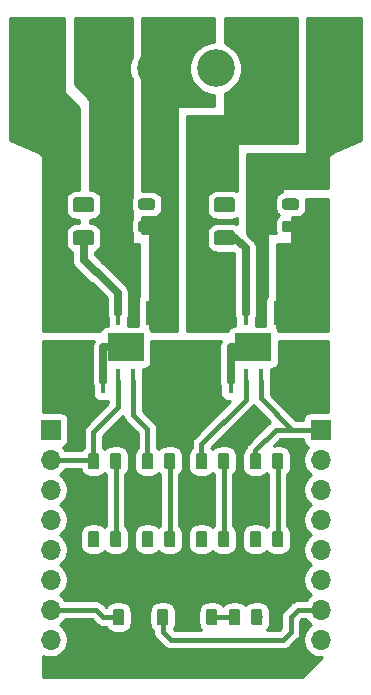
<source format=gbr>
G04 #@! TF.GenerationSoftware,KiCad,Pcbnew,(5.1.5)-3*
G04 #@! TF.CreationDate,2020-05-08T19:39:07+02:00*
G04 #@! TF.ProjectId,DRV8870 BDC Motor Driver,44525638-3837-4302-9042-4443204d6f74,rev?*
G04 #@! TF.SameCoordinates,Original*
G04 #@! TF.FileFunction,Copper,L1,Top*
G04 #@! TF.FilePolarity,Positive*
%FSLAX46Y46*%
G04 Gerber Fmt 4.6, Leading zero omitted, Abs format (unit mm)*
G04 Created by KiCad (PCBNEW (5.1.5)-3) date 2020-05-08 19:39:07*
%MOMM*%
%LPD*%
G04 APERTURE LIST*
%ADD10R,2.500000X2.000000*%
%ADD11O,1.700000X1.700000*%
%ADD12R,1.700000X1.700000*%
%ADD13C,0.100000*%
%ADD14R,0.450000X2.150000*%
%ADD15R,3.100000X2.400000*%
%ADD16C,3.200000*%
%ADD17C,0.800000*%
%ADD18C,0.381000*%
%ADD19C,0.635000*%
%ADD20C,0.254000*%
G04 APERTURE END LIST*
D10*
X145415000Y-98425000D03*
X134620000Y-98425000D03*
D11*
X128270000Y-107950000D03*
X128270000Y-110490000D03*
X128270000Y-118110000D03*
X128270000Y-120650000D03*
D12*
X128270000Y-105410000D03*
D11*
X128270000Y-115570000D03*
X128270000Y-123190000D03*
X128270000Y-113030000D03*
X151130000Y-113030000D03*
X151130000Y-123190000D03*
X151130000Y-115570000D03*
D12*
X151130000Y-105410000D03*
D11*
X151130000Y-120650000D03*
X151130000Y-118110000D03*
X151130000Y-110490000D03*
X151130000Y-107950000D03*
G04 #@! TA.AperFunction,SMDPad,CuDef*
D13*
G36*
X138024542Y-120586174D02*
G01*
X138048203Y-120589684D01*
X138071407Y-120595496D01*
X138093929Y-120603554D01*
X138115553Y-120613782D01*
X138136070Y-120626079D01*
X138155283Y-120640329D01*
X138173007Y-120656393D01*
X138189071Y-120674117D01*
X138203321Y-120693330D01*
X138215618Y-120713847D01*
X138225846Y-120735471D01*
X138233904Y-120757993D01*
X138239716Y-120781197D01*
X138243226Y-120804858D01*
X138244400Y-120828750D01*
X138244400Y-121741250D01*
X138243226Y-121765142D01*
X138239716Y-121788803D01*
X138233904Y-121812007D01*
X138225846Y-121834529D01*
X138215618Y-121856153D01*
X138203321Y-121876670D01*
X138189071Y-121895883D01*
X138173007Y-121913607D01*
X138155283Y-121929671D01*
X138136070Y-121943921D01*
X138115553Y-121956218D01*
X138093929Y-121966446D01*
X138071407Y-121974504D01*
X138048203Y-121980316D01*
X138024542Y-121983826D01*
X138000650Y-121985000D01*
X137513150Y-121985000D01*
X137489258Y-121983826D01*
X137465597Y-121980316D01*
X137442393Y-121974504D01*
X137419871Y-121966446D01*
X137398247Y-121956218D01*
X137377730Y-121943921D01*
X137358517Y-121929671D01*
X137340793Y-121913607D01*
X137324729Y-121895883D01*
X137310479Y-121876670D01*
X137298182Y-121856153D01*
X137287954Y-121834529D01*
X137279896Y-121812007D01*
X137274084Y-121788803D01*
X137270574Y-121765142D01*
X137269400Y-121741250D01*
X137269400Y-120828750D01*
X137270574Y-120804858D01*
X137274084Y-120781197D01*
X137279896Y-120757993D01*
X137287954Y-120735471D01*
X137298182Y-120713847D01*
X137310479Y-120693330D01*
X137324729Y-120674117D01*
X137340793Y-120656393D01*
X137358517Y-120640329D01*
X137377730Y-120626079D01*
X137398247Y-120613782D01*
X137419871Y-120603554D01*
X137442393Y-120595496D01*
X137465597Y-120589684D01*
X137489258Y-120586174D01*
X137513150Y-120585000D01*
X138000650Y-120585000D01*
X138024542Y-120586174D01*
G37*
G04 #@! TD.AperFunction*
G04 #@! TA.AperFunction,SMDPad,CuDef*
G36*
X134282642Y-120586174D02*
G01*
X134306303Y-120589684D01*
X134329507Y-120595496D01*
X134352029Y-120603554D01*
X134373653Y-120613782D01*
X134394170Y-120626079D01*
X134413383Y-120640329D01*
X134431107Y-120656393D01*
X134447171Y-120674117D01*
X134461421Y-120693330D01*
X134473718Y-120713847D01*
X134483946Y-120735471D01*
X134492004Y-120757993D01*
X134497816Y-120781197D01*
X134501326Y-120804858D01*
X134502500Y-120828750D01*
X134502500Y-121741250D01*
X134501326Y-121765142D01*
X134497816Y-121788803D01*
X134492004Y-121812007D01*
X134483946Y-121834529D01*
X134473718Y-121856153D01*
X134461421Y-121876670D01*
X134447171Y-121895883D01*
X134431107Y-121913607D01*
X134413383Y-121929671D01*
X134394170Y-121943921D01*
X134373653Y-121956218D01*
X134352029Y-121966446D01*
X134329507Y-121974504D01*
X134306303Y-121980316D01*
X134282642Y-121983826D01*
X134258750Y-121985000D01*
X133771250Y-121985000D01*
X133747358Y-121983826D01*
X133723697Y-121980316D01*
X133700493Y-121974504D01*
X133677971Y-121966446D01*
X133656347Y-121956218D01*
X133635830Y-121943921D01*
X133616617Y-121929671D01*
X133598893Y-121913607D01*
X133582829Y-121895883D01*
X133568579Y-121876670D01*
X133556282Y-121856153D01*
X133546054Y-121834529D01*
X133537996Y-121812007D01*
X133532184Y-121788803D01*
X133528674Y-121765142D01*
X133527500Y-121741250D01*
X133527500Y-120828750D01*
X133528674Y-120804858D01*
X133532184Y-120781197D01*
X133537996Y-120757993D01*
X133546054Y-120735471D01*
X133556282Y-120713847D01*
X133568579Y-120693330D01*
X133582829Y-120674117D01*
X133598893Y-120656393D01*
X133616617Y-120640329D01*
X133635830Y-120626079D01*
X133656347Y-120613782D01*
X133677971Y-120603554D01*
X133700493Y-120595496D01*
X133723697Y-120589684D01*
X133747358Y-120586174D01*
X133771250Y-120585000D01*
X134258750Y-120585000D01*
X134282642Y-120586174D01*
G37*
G04 #@! TD.AperFunction*
G04 #@! TA.AperFunction,SMDPad,CuDef*
G36*
X136157642Y-120586174D02*
G01*
X136181303Y-120589684D01*
X136204507Y-120595496D01*
X136227029Y-120603554D01*
X136248653Y-120613782D01*
X136269170Y-120626079D01*
X136288383Y-120640329D01*
X136306107Y-120656393D01*
X136322171Y-120674117D01*
X136336421Y-120693330D01*
X136348718Y-120713847D01*
X136358946Y-120735471D01*
X136367004Y-120757993D01*
X136372816Y-120781197D01*
X136376326Y-120804858D01*
X136377500Y-120828750D01*
X136377500Y-121741250D01*
X136376326Y-121765142D01*
X136372816Y-121788803D01*
X136367004Y-121812007D01*
X136358946Y-121834529D01*
X136348718Y-121856153D01*
X136336421Y-121876670D01*
X136322171Y-121895883D01*
X136306107Y-121913607D01*
X136288383Y-121929671D01*
X136269170Y-121943921D01*
X136248653Y-121956218D01*
X136227029Y-121966446D01*
X136204507Y-121974504D01*
X136181303Y-121980316D01*
X136157642Y-121983826D01*
X136133750Y-121985000D01*
X135646250Y-121985000D01*
X135622358Y-121983826D01*
X135598697Y-121980316D01*
X135575493Y-121974504D01*
X135552971Y-121966446D01*
X135531347Y-121956218D01*
X135510830Y-121943921D01*
X135491617Y-121929671D01*
X135473893Y-121913607D01*
X135457829Y-121895883D01*
X135443579Y-121876670D01*
X135431282Y-121856153D01*
X135421054Y-121834529D01*
X135412996Y-121812007D01*
X135407184Y-121788803D01*
X135403674Y-121765142D01*
X135402500Y-121741250D01*
X135402500Y-120828750D01*
X135403674Y-120804858D01*
X135407184Y-120781197D01*
X135412996Y-120757993D01*
X135421054Y-120735471D01*
X135431282Y-120713847D01*
X135443579Y-120693330D01*
X135457829Y-120674117D01*
X135473893Y-120656393D01*
X135491617Y-120640329D01*
X135510830Y-120626079D01*
X135531347Y-120613782D01*
X135552971Y-120603554D01*
X135575493Y-120595496D01*
X135598697Y-120589684D01*
X135622358Y-120586174D01*
X135646250Y-120585000D01*
X136133750Y-120585000D01*
X136157642Y-120586174D01*
G37*
G04 #@! TD.AperFunction*
D14*
X132715000Y-101300000D03*
X133985000Y-101300000D03*
X135255000Y-101300000D03*
X136525000Y-101300000D03*
X136525000Y-95550000D03*
X135255000Y-95550000D03*
X133985000Y-95550000D03*
X132715000Y-95550000D03*
D15*
X134620000Y-98425000D03*
D14*
X143510000Y-101300000D03*
X144780000Y-101300000D03*
X146050000Y-101300000D03*
X147320000Y-101300000D03*
X147320000Y-95550000D03*
X146050000Y-95550000D03*
X144780000Y-95550000D03*
X143510000Y-95550000D03*
D15*
X145415000Y-98425000D03*
G04 #@! TA.AperFunction,SMDPad,CuDef*
D13*
G36*
X145985142Y-120586174D02*
G01*
X146008803Y-120589684D01*
X146032007Y-120595496D01*
X146054529Y-120603554D01*
X146076153Y-120613782D01*
X146096670Y-120626079D01*
X146115883Y-120640329D01*
X146133607Y-120656393D01*
X146149671Y-120674117D01*
X146163921Y-120693330D01*
X146176218Y-120713847D01*
X146186446Y-120735471D01*
X146194504Y-120757993D01*
X146200316Y-120781197D01*
X146203826Y-120804858D01*
X146205000Y-120828750D01*
X146205000Y-121741250D01*
X146203826Y-121765142D01*
X146200316Y-121788803D01*
X146194504Y-121812007D01*
X146186446Y-121834529D01*
X146176218Y-121856153D01*
X146163921Y-121876670D01*
X146149671Y-121895883D01*
X146133607Y-121913607D01*
X146115883Y-121929671D01*
X146096670Y-121943921D01*
X146076153Y-121956218D01*
X146054529Y-121966446D01*
X146032007Y-121974504D01*
X146008803Y-121980316D01*
X145985142Y-121983826D01*
X145961250Y-121985000D01*
X145473750Y-121985000D01*
X145449858Y-121983826D01*
X145426197Y-121980316D01*
X145402993Y-121974504D01*
X145380471Y-121966446D01*
X145358847Y-121956218D01*
X145338330Y-121943921D01*
X145319117Y-121929671D01*
X145301393Y-121913607D01*
X145285329Y-121895883D01*
X145271079Y-121876670D01*
X145258782Y-121856153D01*
X145248554Y-121834529D01*
X145240496Y-121812007D01*
X145234684Y-121788803D01*
X145231174Y-121765142D01*
X145230000Y-121741250D01*
X145230000Y-120828750D01*
X145231174Y-120804858D01*
X145234684Y-120781197D01*
X145240496Y-120757993D01*
X145248554Y-120735471D01*
X145258782Y-120713847D01*
X145271079Y-120693330D01*
X145285329Y-120674117D01*
X145301393Y-120656393D01*
X145319117Y-120640329D01*
X145338330Y-120626079D01*
X145358847Y-120613782D01*
X145380471Y-120603554D01*
X145402993Y-120595496D01*
X145426197Y-120589684D01*
X145449858Y-120586174D01*
X145473750Y-120585000D01*
X145961250Y-120585000D01*
X145985142Y-120586174D01*
G37*
G04 #@! TD.AperFunction*
G04 #@! TA.AperFunction,SMDPad,CuDef*
G36*
X144110142Y-120586174D02*
G01*
X144133803Y-120589684D01*
X144157007Y-120595496D01*
X144179529Y-120603554D01*
X144201153Y-120613782D01*
X144221670Y-120626079D01*
X144240883Y-120640329D01*
X144258607Y-120656393D01*
X144274671Y-120674117D01*
X144288921Y-120693330D01*
X144301218Y-120713847D01*
X144311446Y-120735471D01*
X144319504Y-120757993D01*
X144325316Y-120781197D01*
X144328826Y-120804858D01*
X144330000Y-120828750D01*
X144330000Y-121741250D01*
X144328826Y-121765142D01*
X144325316Y-121788803D01*
X144319504Y-121812007D01*
X144311446Y-121834529D01*
X144301218Y-121856153D01*
X144288921Y-121876670D01*
X144274671Y-121895883D01*
X144258607Y-121913607D01*
X144240883Y-121929671D01*
X144221670Y-121943921D01*
X144201153Y-121956218D01*
X144179529Y-121966446D01*
X144157007Y-121974504D01*
X144133803Y-121980316D01*
X144110142Y-121983826D01*
X144086250Y-121985000D01*
X143598750Y-121985000D01*
X143574858Y-121983826D01*
X143551197Y-121980316D01*
X143527993Y-121974504D01*
X143505471Y-121966446D01*
X143483847Y-121956218D01*
X143463330Y-121943921D01*
X143444117Y-121929671D01*
X143426393Y-121913607D01*
X143410329Y-121895883D01*
X143396079Y-121876670D01*
X143383782Y-121856153D01*
X143373554Y-121834529D01*
X143365496Y-121812007D01*
X143359684Y-121788803D01*
X143356174Y-121765142D01*
X143355000Y-121741250D01*
X143355000Y-120828750D01*
X143356174Y-120804858D01*
X143359684Y-120781197D01*
X143365496Y-120757993D01*
X143373554Y-120735471D01*
X143383782Y-120713847D01*
X143396079Y-120693330D01*
X143410329Y-120674117D01*
X143426393Y-120656393D01*
X143444117Y-120640329D01*
X143463330Y-120626079D01*
X143483847Y-120613782D01*
X143505471Y-120603554D01*
X143527993Y-120595496D01*
X143551197Y-120589684D01*
X143574858Y-120586174D01*
X143598750Y-120585000D01*
X144086250Y-120585000D01*
X144110142Y-120586174D01*
G37*
G04 #@! TD.AperFunction*
G04 #@! TA.AperFunction,SMDPad,CuDef*
G36*
X140300142Y-120586174D02*
G01*
X140323803Y-120589684D01*
X140347007Y-120595496D01*
X140369529Y-120603554D01*
X140391153Y-120613782D01*
X140411670Y-120626079D01*
X140430883Y-120640329D01*
X140448607Y-120656393D01*
X140464671Y-120674117D01*
X140478921Y-120693330D01*
X140491218Y-120713847D01*
X140501446Y-120735471D01*
X140509504Y-120757993D01*
X140515316Y-120781197D01*
X140518826Y-120804858D01*
X140520000Y-120828750D01*
X140520000Y-121741250D01*
X140518826Y-121765142D01*
X140515316Y-121788803D01*
X140509504Y-121812007D01*
X140501446Y-121834529D01*
X140491218Y-121856153D01*
X140478921Y-121876670D01*
X140464671Y-121895883D01*
X140448607Y-121913607D01*
X140430883Y-121929671D01*
X140411670Y-121943921D01*
X140391153Y-121956218D01*
X140369529Y-121966446D01*
X140347007Y-121974504D01*
X140323803Y-121980316D01*
X140300142Y-121983826D01*
X140276250Y-121985000D01*
X139788750Y-121985000D01*
X139764858Y-121983826D01*
X139741197Y-121980316D01*
X139717993Y-121974504D01*
X139695471Y-121966446D01*
X139673847Y-121956218D01*
X139653330Y-121943921D01*
X139634117Y-121929671D01*
X139616393Y-121913607D01*
X139600329Y-121895883D01*
X139586079Y-121876670D01*
X139573782Y-121856153D01*
X139563554Y-121834529D01*
X139555496Y-121812007D01*
X139549684Y-121788803D01*
X139546174Y-121765142D01*
X139545000Y-121741250D01*
X139545000Y-120828750D01*
X139546174Y-120804858D01*
X139549684Y-120781197D01*
X139555496Y-120757993D01*
X139563554Y-120735471D01*
X139573782Y-120713847D01*
X139586079Y-120693330D01*
X139600329Y-120674117D01*
X139616393Y-120656393D01*
X139634117Y-120640329D01*
X139653330Y-120626079D01*
X139673847Y-120613782D01*
X139695471Y-120603554D01*
X139717993Y-120595496D01*
X139741197Y-120589684D01*
X139764858Y-120586174D01*
X139788750Y-120585000D01*
X140276250Y-120585000D01*
X140300142Y-120586174D01*
G37*
G04 #@! TD.AperFunction*
G04 #@! TA.AperFunction,SMDPad,CuDef*
G36*
X142175142Y-120586174D02*
G01*
X142198803Y-120589684D01*
X142222007Y-120595496D01*
X142244529Y-120603554D01*
X142266153Y-120613782D01*
X142286670Y-120626079D01*
X142305883Y-120640329D01*
X142323607Y-120656393D01*
X142339671Y-120674117D01*
X142353921Y-120693330D01*
X142366218Y-120713847D01*
X142376446Y-120735471D01*
X142384504Y-120757993D01*
X142390316Y-120781197D01*
X142393826Y-120804858D01*
X142395000Y-120828750D01*
X142395000Y-121741250D01*
X142393826Y-121765142D01*
X142390316Y-121788803D01*
X142384504Y-121812007D01*
X142376446Y-121834529D01*
X142366218Y-121856153D01*
X142353921Y-121876670D01*
X142339671Y-121895883D01*
X142323607Y-121913607D01*
X142305883Y-121929671D01*
X142286670Y-121943921D01*
X142266153Y-121956218D01*
X142244529Y-121966446D01*
X142222007Y-121974504D01*
X142198803Y-121980316D01*
X142175142Y-121983826D01*
X142151250Y-121985000D01*
X141663750Y-121985000D01*
X141639858Y-121983826D01*
X141616197Y-121980316D01*
X141592993Y-121974504D01*
X141570471Y-121966446D01*
X141548847Y-121956218D01*
X141528330Y-121943921D01*
X141509117Y-121929671D01*
X141491393Y-121913607D01*
X141475329Y-121895883D01*
X141461079Y-121876670D01*
X141448782Y-121856153D01*
X141438554Y-121834529D01*
X141430496Y-121812007D01*
X141424684Y-121788803D01*
X141421174Y-121765142D01*
X141420000Y-121741250D01*
X141420000Y-120828750D01*
X141421174Y-120804858D01*
X141424684Y-120781197D01*
X141430496Y-120757993D01*
X141438554Y-120735471D01*
X141448782Y-120713847D01*
X141461079Y-120693330D01*
X141475329Y-120674117D01*
X141491393Y-120656393D01*
X141509117Y-120640329D01*
X141528330Y-120626079D01*
X141548847Y-120613782D01*
X141570471Y-120603554D01*
X141592993Y-120595496D01*
X141616197Y-120589684D01*
X141639858Y-120586174D01*
X141663750Y-120585000D01*
X142151250Y-120585000D01*
X142175142Y-120586174D01*
G37*
G04 #@! TD.AperFunction*
G04 #@! TA.AperFunction,SMDPad,CuDef*
G36*
X131713504Y-88533204D02*
G01*
X131737773Y-88536804D01*
X131761571Y-88542765D01*
X131784671Y-88551030D01*
X131806849Y-88561520D01*
X131827893Y-88574133D01*
X131847598Y-88588747D01*
X131865777Y-88605223D01*
X131882253Y-88623402D01*
X131896867Y-88643107D01*
X131909480Y-88664151D01*
X131919970Y-88686329D01*
X131928235Y-88709429D01*
X131934196Y-88733227D01*
X131937796Y-88757496D01*
X131939000Y-88782000D01*
X131939000Y-89532000D01*
X131937796Y-89556504D01*
X131934196Y-89580773D01*
X131928235Y-89604571D01*
X131919970Y-89627671D01*
X131909480Y-89649849D01*
X131896867Y-89670893D01*
X131882253Y-89690598D01*
X131865777Y-89708777D01*
X131847598Y-89725253D01*
X131827893Y-89739867D01*
X131806849Y-89752480D01*
X131784671Y-89762970D01*
X131761571Y-89771235D01*
X131737773Y-89777196D01*
X131713504Y-89780796D01*
X131689000Y-89782000D01*
X130439000Y-89782000D01*
X130414496Y-89780796D01*
X130390227Y-89777196D01*
X130366429Y-89771235D01*
X130343329Y-89762970D01*
X130321151Y-89752480D01*
X130300107Y-89739867D01*
X130280402Y-89725253D01*
X130262223Y-89708777D01*
X130245747Y-89690598D01*
X130231133Y-89670893D01*
X130218520Y-89649849D01*
X130208030Y-89627671D01*
X130199765Y-89604571D01*
X130193804Y-89580773D01*
X130190204Y-89556504D01*
X130189000Y-89532000D01*
X130189000Y-88782000D01*
X130190204Y-88757496D01*
X130193804Y-88733227D01*
X130199765Y-88709429D01*
X130208030Y-88686329D01*
X130218520Y-88664151D01*
X130231133Y-88643107D01*
X130245747Y-88623402D01*
X130262223Y-88605223D01*
X130280402Y-88588747D01*
X130300107Y-88574133D01*
X130321151Y-88561520D01*
X130343329Y-88551030D01*
X130366429Y-88542765D01*
X130390227Y-88536804D01*
X130414496Y-88533204D01*
X130439000Y-88532000D01*
X131689000Y-88532000D01*
X131713504Y-88533204D01*
G37*
G04 #@! TD.AperFunction*
G04 #@! TA.AperFunction,SMDPad,CuDef*
G36*
X131713504Y-85733204D02*
G01*
X131737773Y-85736804D01*
X131761571Y-85742765D01*
X131784671Y-85751030D01*
X131806849Y-85761520D01*
X131827893Y-85774133D01*
X131847598Y-85788747D01*
X131865777Y-85805223D01*
X131882253Y-85823402D01*
X131896867Y-85843107D01*
X131909480Y-85864151D01*
X131919970Y-85886329D01*
X131928235Y-85909429D01*
X131934196Y-85933227D01*
X131937796Y-85957496D01*
X131939000Y-85982000D01*
X131939000Y-86732000D01*
X131937796Y-86756504D01*
X131934196Y-86780773D01*
X131928235Y-86804571D01*
X131919970Y-86827671D01*
X131909480Y-86849849D01*
X131896867Y-86870893D01*
X131882253Y-86890598D01*
X131865777Y-86908777D01*
X131847598Y-86925253D01*
X131827893Y-86939867D01*
X131806849Y-86952480D01*
X131784671Y-86962970D01*
X131761571Y-86971235D01*
X131737773Y-86977196D01*
X131713504Y-86980796D01*
X131689000Y-86982000D01*
X130439000Y-86982000D01*
X130414496Y-86980796D01*
X130390227Y-86977196D01*
X130366429Y-86971235D01*
X130343329Y-86962970D01*
X130321151Y-86952480D01*
X130300107Y-86939867D01*
X130280402Y-86925253D01*
X130262223Y-86908777D01*
X130245747Y-86890598D01*
X130231133Y-86870893D01*
X130218520Y-86849849D01*
X130208030Y-86827671D01*
X130199765Y-86804571D01*
X130193804Y-86780773D01*
X130190204Y-86756504D01*
X130189000Y-86732000D01*
X130189000Y-85982000D01*
X130190204Y-85957496D01*
X130193804Y-85933227D01*
X130199765Y-85909429D01*
X130208030Y-85886329D01*
X130218520Y-85864151D01*
X130231133Y-85843107D01*
X130245747Y-85823402D01*
X130262223Y-85805223D01*
X130280402Y-85788747D01*
X130300107Y-85774133D01*
X130321151Y-85761520D01*
X130343329Y-85751030D01*
X130366429Y-85742765D01*
X130390227Y-85736804D01*
X130414496Y-85733204D01*
X130439000Y-85732000D01*
X131689000Y-85732000D01*
X131713504Y-85733204D01*
G37*
G04 #@! TD.AperFunction*
G04 #@! TA.AperFunction,SMDPad,CuDef*
G36*
X143651504Y-85733204D02*
G01*
X143675773Y-85736804D01*
X143699571Y-85742765D01*
X143722671Y-85751030D01*
X143744849Y-85761520D01*
X143765893Y-85774133D01*
X143785598Y-85788747D01*
X143803777Y-85805223D01*
X143820253Y-85823402D01*
X143834867Y-85843107D01*
X143847480Y-85864151D01*
X143857970Y-85886329D01*
X143866235Y-85909429D01*
X143872196Y-85933227D01*
X143875796Y-85957496D01*
X143877000Y-85982000D01*
X143877000Y-86732000D01*
X143875796Y-86756504D01*
X143872196Y-86780773D01*
X143866235Y-86804571D01*
X143857970Y-86827671D01*
X143847480Y-86849849D01*
X143834867Y-86870893D01*
X143820253Y-86890598D01*
X143803777Y-86908777D01*
X143785598Y-86925253D01*
X143765893Y-86939867D01*
X143744849Y-86952480D01*
X143722671Y-86962970D01*
X143699571Y-86971235D01*
X143675773Y-86977196D01*
X143651504Y-86980796D01*
X143627000Y-86982000D01*
X142377000Y-86982000D01*
X142352496Y-86980796D01*
X142328227Y-86977196D01*
X142304429Y-86971235D01*
X142281329Y-86962970D01*
X142259151Y-86952480D01*
X142238107Y-86939867D01*
X142218402Y-86925253D01*
X142200223Y-86908777D01*
X142183747Y-86890598D01*
X142169133Y-86870893D01*
X142156520Y-86849849D01*
X142146030Y-86827671D01*
X142137765Y-86804571D01*
X142131804Y-86780773D01*
X142128204Y-86756504D01*
X142127000Y-86732000D01*
X142127000Y-85982000D01*
X142128204Y-85957496D01*
X142131804Y-85933227D01*
X142137765Y-85909429D01*
X142146030Y-85886329D01*
X142156520Y-85864151D01*
X142169133Y-85843107D01*
X142183747Y-85823402D01*
X142200223Y-85805223D01*
X142218402Y-85788747D01*
X142238107Y-85774133D01*
X142259151Y-85761520D01*
X142281329Y-85751030D01*
X142304429Y-85742765D01*
X142328227Y-85736804D01*
X142352496Y-85733204D01*
X142377000Y-85732000D01*
X143627000Y-85732000D01*
X143651504Y-85733204D01*
G37*
G04 #@! TD.AperFunction*
G04 #@! TA.AperFunction,SMDPad,CuDef*
G36*
X143651504Y-88533204D02*
G01*
X143675773Y-88536804D01*
X143699571Y-88542765D01*
X143722671Y-88551030D01*
X143744849Y-88561520D01*
X143765893Y-88574133D01*
X143785598Y-88588747D01*
X143803777Y-88605223D01*
X143820253Y-88623402D01*
X143834867Y-88643107D01*
X143847480Y-88664151D01*
X143857970Y-88686329D01*
X143866235Y-88709429D01*
X143872196Y-88733227D01*
X143875796Y-88757496D01*
X143877000Y-88782000D01*
X143877000Y-89532000D01*
X143875796Y-89556504D01*
X143872196Y-89580773D01*
X143866235Y-89604571D01*
X143857970Y-89627671D01*
X143847480Y-89649849D01*
X143834867Y-89670893D01*
X143820253Y-89690598D01*
X143803777Y-89708777D01*
X143785598Y-89725253D01*
X143765893Y-89739867D01*
X143744849Y-89752480D01*
X143722671Y-89762970D01*
X143699571Y-89771235D01*
X143675773Y-89777196D01*
X143651504Y-89780796D01*
X143627000Y-89782000D01*
X142377000Y-89782000D01*
X142352496Y-89780796D01*
X142328227Y-89777196D01*
X142304429Y-89771235D01*
X142281329Y-89762970D01*
X142259151Y-89752480D01*
X142238107Y-89739867D01*
X142218402Y-89725253D01*
X142200223Y-89708777D01*
X142183747Y-89690598D01*
X142169133Y-89670893D01*
X142156520Y-89649849D01*
X142146030Y-89627671D01*
X142137765Y-89604571D01*
X142131804Y-89580773D01*
X142128204Y-89556504D01*
X142127000Y-89532000D01*
X142127000Y-88782000D01*
X142128204Y-88757496D01*
X142131804Y-88733227D01*
X142137765Y-88709429D01*
X142146030Y-88686329D01*
X142156520Y-88664151D01*
X142169133Y-88643107D01*
X142183747Y-88623402D01*
X142200223Y-88605223D01*
X142218402Y-88588747D01*
X142238107Y-88574133D01*
X142259151Y-88561520D01*
X142281329Y-88551030D01*
X142304429Y-88542765D01*
X142328227Y-88536804D01*
X142352496Y-88533204D01*
X142377000Y-88532000D01*
X143627000Y-88532000D01*
X143651504Y-88533204D01*
G37*
G04 #@! TD.AperFunction*
G04 #@! TA.AperFunction,SMDPad,CuDef*
G36*
X136878142Y-85825174D02*
G01*
X136901803Y-85828684D01*
X136925007Y-85834496D01*
X136947529Y-85842554D01*
X136969153Y-85852782D01*
X136989670Y-85865079D01*
X137008883Y-85879329D01*
X137026607Y-85895393D01*
X137042671Y-85913117D01*
X137056921Y-85932330D01*
X137069218Y-85952847D01*
X137079446Y-85974471D01*
X137087504Y-85996993D01*
X137093316Y-86020197D01*
X137096826Y-86043858D01*
X137098000Y-86067750D01*
X137098000Y-86555250D01*
X137096826Y-86579142D01*
X137093316Y-86602803D01*
X137087504Y-86626007D01*
X137079446Y-86648529D01*
X137069218Y-86670153D01*
X137056921Y-86690670D01*
X137042671Y-86709883D01*
X137026607Y-86727607D01*
X137008883Y-86743671D01*
X136989670Y-86757921D01*
X136969153Y-86770218D01*
X136947529Y-86780446D01*
X136925007Y-86788504D01*
X136901803Y-86794316D01*
X136878142Y-86797826D01*
X136854250Y-86799000D01*
X135941750Y-86799000D01*
X135917858Y-86797826D01*
X135894197Y-86794316D01*
X135870993Y-86788504D01*
X135848471Y-86780446D01*
X135826847Y-86770218D01*
X135806330Y-86757921D01*
X135787117Y-86743671D01*
X135769393Y-86727607D01*
X135753329Y-86709883D01*
X135739079Y-86690670D01*
X135726782Y-86670153D01*
X135716554Y-86648529D01*
X135708496Y-86626007D01*
X135702684Y-86602803D01*
X135699174Y-86579142D01*
X135698000Y-86555250D01*
X135698000Y-86067750D01*
X135699174Y-86043858D01*
X135702684Y-86020197D01*
X135708496Y-85996993D01*
X135716554Y-85974471D01*
X135726782Y-85952847D01*
X135739079Y-85932330D01*
X135753329Y-85913117D01*
X135769393Y-85895393D01*
X135787117Y-85879329D01*
X135806330Y-85865079D01*
X135826847Y-85852782D01*
X135848471Y-85842554D01*
X135870993Y-85834496D01*
X135894197Y-85828684D01*
X135917858Y-85825174D01*
X135941750Y-85824000D01*
X136854250Y-85824000D01*
X136878142Y-85825174D01*
G37*
G04 #@! TD.AperFunction*
G04 #@! TA.AperFunction,SMDPad,CuDef*
G36*
X136878142Y-87700174D02*
G01*
X136901803Y-87703684D01*
X136925007Y-87709496D01*
X136947529Y-87717554D01*
X136969153Y-87727782D01*
X136989670Y-87740079D01*
X137008883Y-87754329D01*
X137026607Y-87770393D01*
X137042671Y-87788117D01*
X137056921Y-87807330D01*
X137069218Y-87827847D01*
X137079446Y-87849471D01*
X137087504Y-87871993D01*
X137093316Y-87895197D01*
X137096826Y-87918858D01*
X137098000Y-87942750D01*
X137098000Y-88430250D01*
X137096826Y-88454142D01*
X137093316Y-88477803D01*
X137087504Y-88501007D01*
X137079446Y-88523529D01*
X137069218Y-88545153D01*
X137056921Y-88565670D01*
X137042671Y-88584883D01*
X137026607Y-88602607D01*
X137008883Y-88618671D01*
X136989670Y-88632921D01*
X136969153Y-88645218D01*
X136947529Y-88655446D01*
X136925007Y-88663504D01*
X136901803Y-88669316D01*
X136878142Y-88672826D01*
X136854250Y-88674000D01*
X135941750Y-88674000D01*
X135917858Y-88672826D01*
X135894197Y-88669316D01*
X135870993Y-88663504D01*
X135848471Y-88655446D01*
X135826847Y-88645218D01*
X135806330Y-88632921D01*
X135787117Y-88618671D01*
X135769393Y-88602607D01*
X135753329Y-88584883D01*
X135739079Y-88565670D01*
X135726782Y-88545153D01*
X135716554Y-88523529D01*
X135708496Y-88501007D01*
X135702684Y-88477803D01*
X135699174Y-88454142D01*
X135698000Y-88430250D01*
X135698000Y-87942750D01*
X135699174Y-87918858D01*
X135702684Y-87895197D01*
X135708496Y-87871993D01*
X135716554Y-87849471D01*
X135726782Y-87827847D01*
X135739079Y-87807330D01*
X135753329Y-87788117D01*
X135769393Y-87770393D01*
X135787117Y-87754329D01*
X135806330Y-87740079D01*
X135826847Y-87727782D01*
X135848471Y-87717554D01*
X135870993Y-87709496D01*
X135894197Y-87703684D01*
X135917858Y-87700174D01*
X135941750Y-87699000D01*
X136854250Y-87699000D01*
X136878142Y-87700174D01*
G37*
G04 #@! TD.AperFunction*
G04 #@! TA.AperFunction,SMDPad,CuDef*
G36*
X149070142Y-87700174D02*
G01*
X149093803Y-87703684D01*
X149117007Y-87709496D01*
X149139529Y-87717554D01*
X149161153Y-87727782D01*
X149181670Y-87740079D01*
X149200883Y-87754329D01*
X149218607Y-87770393D01*
X149234671Y-87788117D01*
X149248921Y-87807330D01*
X149261218Y-87827847D01*
X149271446Y-87849471D01*
X149279504Y-87871993D01*
X149285316Y-87895197D01*
X149288826Y-87918858D01*
X149290000Y-87942750D01*
X149290000Y-88430250D01*
X149288826Y-88454142D01*
X149285316Y-88477803D01*
X149279504Y-88501007D01*
X149271446Y-88523529D01*
X149261218Y-88545153D01*
X149248921Y-88565670D01*
X149234671Y-88584883D01*
X149218607Y-88602607D01*
X149200883Y-88618671D01*
X149181670Y-88632921D01*
X149161153Y-88645218D01*
X149139529Y-88655446D01*
X149117007Y-88663504D01*
X149093803Y-88669316D01*
X149070142Y-88672826D01*
X149046250Y-88674000D01*
X148133750Y-88674000D01*
X148109858Y-88672826D01*
X148086197Y-88669316D01*
X148062993Y-88663504D01*
X148040471Y-88655446D01*
X148018847Y-88645218D01*
X147998330Y-88632921D01*
X147979117Y-88618671D01*
X147961393Y-88602607D01*
X147945329Y-88584883D01*
X147931079Y-88565670D01*
X147918782Y-88545153D01*
X147908554Y-88523529D01*
X147900496Y-88501007D01*
X147894684Y-88477803D01*
X147891174Y-88454142D01*
X147890000Y-88430250D01*
X147890000Y-87942750D01*
X147891174Y-87918858D01*
X147894684Y-87895197D01*
X147900496Y-87871993D01*
X147908554Y-87849471D01*
X147918782Y-87827847D01*
X147931079Y-87807330D01*
X147945329Y-87788117D01*
X147961393Y-87770393D01*
X147979117Y-87754329D01*
X147998330Y-87740079D01*
X148018847Y-87727782D01*
X148040471Y-87717554D01*
X148062993Y-87709496D01*
X148086197Y-87703684D01*
X148109858Y-87700174D01*
X148133750Y-87699000D01*
X149046250Y-87699000D01*
X149070142Y-87700174D01*
G37*
G04 #@! TD.AperFunction*
G04 #@! TA.AperFunction,SMDPad,CuDef*
G36*
X149070142Y-85825174D02*
G01*
X149093803Y-85828684D01*
X149117007Y-85834496D01*
X149139529Y-85842554D01*
X149161153Y-85852782D01*
X149181670Y-85865079D01*
X149200883Y-85879329D01*
X149218607Y-85895393D01*
X149234671Y-85913117D01*
X149248921Y-85932330D01*
X149261218Y-85952847D01*
X149271446Y-85974471D01*
X149279504Y-85996993D01*
X149285316Y-86020197D01*
X149288826Y-86043858D01*
X149290000Y-86067750D01*
X149290000Y-86555250D01*
X149288826Y-86579142D01*
X149285316Y-86602803D01*
X149279504Y-86626007D01*
X149271446Y-86648529D01*
X149261218Y-86670153D01*
X149248921Y-86690670D01*
X149234671Y-86709883D01*
X149218607Y-86727607D01*
X149200883Y-86743671D01*
X149181670Y-86757921D01*
X149161153Y-86770218D01*
X149139529Y-86780446D01*
X149117007Y-86788504D01*
X149093803Y-86794316D01*
X149070142Y-86797826D01*
X149046250Y-86799000D01*
X148133750Y-86799000D01*
X148109858Y-86797826D01*
X148086197Y-86794316D01*
X148062993Y-86788504D01*
X148040471Y-86780446D01*
X148018847Y-86770218D01*
X147998330Y-86757921D01*
X147979117Y-86743671D01*
X147961393Y-86727607D01*
X147945329Y-86709883D01*
X147931079Y-86690670D01*
X147918782Y-86670153D01*
X147908554Y-86648529D01*
X147900496Y-86626007D01*
X147894684Y-86602803D01*
X147891174Y-86579142D01*
X147890000Y-86555250D01*
X147890000Y-86067750D01*
X147891174Y-86043858D01*
X147894684Y-86020197D01*
X147900496Y-85996993D01*
X147908554Y-85974471D01*
X147918782Y-85952847D01*
X147931079Y-85932330D01*
X147945329Y-85913117D01*
X147961393Y-85895393D01*
X147979117Y-85879329D01*
X147998330Y-85865079D01*
X148018847Y-85852782D01*
X148040471Y-85842554D01*
X148062993Y-85834496D01*
X148086197Y-85828684D01*
X148109858Y-85825174D01*
X148133750Y-85824000D01*
X149046250Y-85824000D01*
X149070142Y-85825174D01*
G37*
G04 #@! TD.AperFunction*
D16*
X142240000Y-74803000D03*
X152400000Y-74803000D03*
X147320000Y-74803000D03*
X137160000Y-74803000D03*
X132080000Y-74803000D03*
X127000000Y-74803000D03*
G04 #@! TA.AperFunction,SMDPad,CuDef*
D13*
G36*
X132172142Y-113982174D02*
G01*
X132195803Y-113985684D01*
X132219007Y-113991496D01*
X132241529Y-113999554D01*
X132263153Y-114009782D01*
X132283670Y-114022079D01*
X132302883Y-114036329D01*
X132320607Y-114052393D01*
X132336671Y-114070117D01*
X132350921Y-114089330D01*
X132363218Y-114109847D01*
X132373446Y-114131471D01*
X132381504Y-114153993D01*
X132387316Y-114177197D01*
X132390826Y-114200858D01*
X132392000Y-114224750D01*
X132392000Y-115137250D01*
X132390826Y-115161142D01*
X132387316Y-115184803D01*
X132381504Y-115208007D01*
X132373446Y-115230529D01*
X132363218Y-115252153D01*
X132350921Y-115272670D01*
X132336671Y-115291883D01*
X132320607Y-115309607D01*
X132302883Y-115325671D01*
X132283670Y-115339921D01*
X132263153Y-115352218D01*
X132241529Y-115362446D01*
X132219007Y-115370504D01*
X132195803Y-115376316D01*
X132172142Y-115379826D01*
X132148250Y-115381000D01*
X131660750Y-115381000D01*
X131636858Y-115379826D01*
X131613197Y-115376316D01*
X131589993Y-115370504D01*
X131567471Y-115362446D01*
X131545847Y-115352218D01*
X131525330Y-115339921D01*
X131506117Y-115325671D01*
X131488393Y-115309607D01*
X131472329Y-115291883D01*
X131458079Y-115272670D01*
X131445782Y-115252153D01*
X131435554Y-115230529D01*
X131427496Y-115208007D01*
X131421684Y-115184803D01*
X131418174Y-115161142D01*
X131417000Y-115137250D01*
X131417000Y-114224750D01*
X131418174Y-114200858D01*
X131421684Y-114177197D01*
X131427496Y-114153993D01*
X131435554Y-114131471D01*
X131445782Y-114109847D01*
X131458079Y-114089330D01*
X131472329Y-114070117D01*
X131488393Y-114052393D01*
X131506117Y-114036329D01*
X131525330Y-114022079D01*
X131545847Y-114009782D01*
X131567471Y-113999554D01*
X131589993Y-113991496D01*
X131613197Y-113985684D01*
X131636858Y-113982174D01*
X131660750Y-113981000D01*
X132148250Y-113981000D01*
X132172142Y-113982174D01*
G37*
G04 #@! TD.AperFunction*
G04 #@! TA.AperFunction,SMDPad,CuDef*
G36*
X134047142Y-113982174D02*
G01*
X134070803Y-113985684D01*
X134094007Y-113991496D01*
X134116529Y-113999554D01*
X134138153Y-114009782D01*
X134158670Y-114022079D01*
X134177883Y-114036329D01*
X134195607Y-114052393D01*
X134211671Y-114070117D01*
X134225921Y-114089330D01*
X134238218Y-114109847D01*
X134248446Y-114131471D01*
X134256504Y-114153993D01*
X134262316Y-114177197D01*
X134265826Y-114200858D01*
X134267000Y-114224750D01*
X134267000Y-115137250D01*
X134265826Y-115161142D01*
X134262316Y-115184803D01*
X134256504Y-115208007D01*
X134248446Y-115230529D01*
X134238218Y-115252153D01*
X134225921Y-115272670D01*
X134211671Y-115291883D01*
X134195607Y-115309607D01*
X134177883Y-115325671D01*
X134158670Y-115339921D01*
X134138153Y-115352218D01*
X134116529Y-115362446D01*
X134094007Y-115370504D01*
X134070803Y-115376316D01*
X134047142Y-115379826D01*
X134023250Y-115381000D01*
X133535750Y-115381000D01*
X133511858Y-115379826D01*
X133488197Y-115376316D01*
X133464993Y-115370504D01*
X133442471Y-115362446D01*
X133420847Y-115352218D01*
X133400330Y-115339921D01*
X133381117Y-115325671D01*
X133363393Y-115309607D01*
X133347329Y-115291883D01*
X133333079Y-115272670D01*
X133320782Y-115252153D01*
X133310554Y-115230529D01*
X133302496Y-115208007D01*
X133296684Y-115184803D01*
X133293174Y-115161142D01*
X133292000Y-115137250D01*
X133292000Y-114224750D01*
X133293174Y-114200858D01*
X133296684Y-114177197D01*
X133302496Y-114153993D01*
X133310554Y-114131471D01*
X133320782Y-114109847D01*
X133333079Y-114089330D01*
X133347329Y-114070117D01*
X133363393Y-114052393D01*
X133381117Y-114036329D01*
X133400330Y-114022079D01*
X133420847Y-114009782D01*
X133442471Y-113999554D01*
X133464993Y-113991496D01*
X133488197Y-113985684D01*
X133511858Y-113982174D01*
X133535750Y-113981000D01*
X134023250Y-113981000D01*
X134047142Y-113982174D01*
G37*
G04 #@! TD.AperFunction*
G04 #@! TA.AperFunction,SMDPad,CuDef*
G36*
X138619142Y-113982174D02*
G01*
X138642803Y-113985684D01*
X138666007Y-113991496D01*
X138688529Y-113999554D01*
X138710153Y-114009782D01*
X138730670Y-114022079D01*
X138749883Y-114036329D01*
X138767607Y-114052393D01*
X138783671Y-114070117D01*
X138797921Y-114089330D01*
X138810218Y-114109847D01*
X138820446Y-114131471D01*
X138828504Y-114153993D01*
X138834316Y-114177197D01*
X138837826Y-114200858D01*
X138839000Y-114224750D01*
X138839000Y-115137250D01*
X138837826Y-115161142D01*
X138834316Y-115184803D01*
X138828504Y-115208007D01*
X138820446Y-115230529D01*
X138810218Y-115252153D01*
X138797921Y-115272670D01*
X138783671Y-115291883D01*
X138767607Y-115309607D01*
X138749883Y-115325671D01*
X138730670Y-115339921D01*
X138710153Y-115352218D01*
X138688529Y-115362446D01*
X138666007Y-115370504D01*
X138642803Y-115376316D01*
X138619142Y-115379826D01*
X138595250Y-115381000D01*
X138107750Y-115381000D01*
X138083858Y-115379826D01*
X138060197Y-115376316D01*
X138036993Y-115370504D01*
X138014471Y-115362446D01*
X137992847Y-115352218D01*
X137972330Y-115339921D01*
X137953117Y-115325671D01*
X137935393Y-115309607D01*
X137919329Y-115291883D01*
X137905079Y-115272670D01*
X137892782Y-115252153D01*
X137882554Y-115230529D01*
X137874496Y-115208007D01*
X137868684Y-115184803D01*
X137865174Y-115161142D01*
X137864000Y-115137250D01*
X137864000Y-114224750D01*
X137865174Y-114200858D01*
X137868684Y-114177197D01*
X137874496Y-114153993D01*
X137882554Y-114131471D01*
X137892782Y-114109847D01*
X137905079Y-114089330D01*
X137919329Y-114070117D01*
X137935393Y-114052393D01*
X137953117Y-114036329D01*
X137972330Y-114022079D01*
X137992847Y-114009782D01*
X138014471Y-113999554D01*
X138036993Y-113991496D01*
X138060197Y-113985684D01*
X138083858Y-113982174D01*
X138107750Y-113981000D01*
X138595250Y-113981000D01*
X138619142Y-113982174D01*
G37*
G04 #@! TD.AperFunction*
G04 #@! TA.AperFunction,SMDPad,CuDef*
G36*
X136744142Y-113982174D02*
G01*
X136767803Y-113985684D01*
X136791007Y-113991496D01*
X136813529Y-113999554D01*
X136835153Y-114009782D01*
X136855670Y-114022079D01*
X136874883Y-114036329D01*
X136892607Y-114052393D01*
X136908671Y-114070117D01*
X136922921Y-114089330D01*
X136935218Y-114109847D01*
X136945446Y-114131471D01*
X136953504Y-114153993D01*
X136959316Y-114177197D01*
X136962826Y-114200858D01*
X136964000Y-114224750D01*
X136964000Y-115137250D01*
X136962826Y-115161142D01*
X136959316Y-115184803D01*
X136953504Y-115208007D01*
X136945446Y-115230529D01*
X136935218Y-115252153D01*
X136922921Y-115272670D01*
X136908671Y-115291883D01*
X136892607Y-115309607D01*
X136874883Y-115325671D01*
X136855670Y-115339921D01*
X136835153Y-115352218D01*
X136813529Y-115362446D01*
X136791007Y-115370504D01*
X136767803Y-115376316D01*
X136744142Y-115379826D01*
X136720250Y-115381000D01*
X136232750Y-115381000D01*
X136208858Y-115379826D01*
X136185197Y-115376316D01*
X136161993Y-115370504D01*
X136139471Y-115362446D01*
X136117847Y-115352218D01*
X136097330Y-115339921D01*
X136078117Y-115325671D01*
X136060393Y-115309607D01*
X136044329Y-115291883D01*
X136030079Y-115272670D01*
X136017782Y-115252153D01*
X136007554Y-115230529D01*
X135999496Y-115208007D01*
X135993684Y-115184803D01*
X135990174Y-115161142D01*
X135989000Y-115137250D01*
X135989000Y-114224750D01*
X135990174Y-114200858D01*
X135993684Y-114177197D01*
X135999496Y-114153993D01*
X136007554Y-114131471D01*
X136017782Y-114109847D01*
X136030079Y-114089330D01*
X136044329Y-114070117D01*
X136060393Y-114052393D01*
X136078117Y-114036329D01*
X136097330Y-114022079D01*
X136117847Y-114009782D01*
X136139471Y-113999554D01*
X136161993Y-113991496D01*
X136185197Y-113985684D01*
X136208858Y-113982174D01*
X136232750Y-113981000D01*
X136720250Y-113981000D01*
X136744142Y-113982174D01*
G37*
G04 #@! TD.AperFunction*
G04 #@! TA.AperFunction,SMDPad,CuDef*
G36*
X143191142Y-113982174D02*
G01*
X143214803Y-113985684D01*
X143238007Y-113991496D01*
X143260529Y-113999554D01*
X143282153Y-114009782D01*
X143302670Y-114022079D01*
X143321883Y-114036329D01*
X143339607Y-114052393D01*
X143355671Y-114070117D01*
X143369921Y-114089330D01*
X143382218Y-114109847D01*
X143392446Y-114131471D01*
X143400504Y-114153993D01*
X143406316Y-114177197D01*
X143409826Y-114200858D01*
X143411000Y-114224750D01*
X143411000Y-115137250D01*
X143409826Y-115161142D01*
X143406316Y-115184803D01*
X143400504Y-115208007D01*
X143392446Y-115230529D01*
X143382218Y-115252153D01*
X143369921Y-115272670D01*
X143355671Y-115291883D01*
X143339607Y-115309607D01*
X143321883Y-115325671D01*
X143302670Y-115339921D01*
X143282153Y-115352218D01*
X143260529Y-115362446D01*
X143238007Y-115370504D01*
X143214803Y-115376316D01*
X143191142Y-115379826D01*
X143167250Y-115381000D01*
X142679750Y-115381000D01*
X142655858Y-115379826D01*
X142632197Y-115376316D01*
X142608993Y-115370504D01*
X142586471Y-115362446D01*
X142564847Y-115352218D01*
X142544330Y-115339921D01*
X142525117Y-115325671D01*
X142507393Y-115309607D01*
X142491329Y-115291883D01*
X142477079Y-115272670D01*
X142464782Y-115252153D01*
X142454554Y-115230529D01*
X142446496Y-115208007D01*
X142440684Y-115184803D01*
X142437174Y-115161142D01*
X142436000Y-115137250D01*
X142436000Y-114224750D01*
X142437174Y-114200858D01*
X142440684Y-114177197D01*
X142446496Y-114153993D01*
X142454554Y-114131471D01*
X142464782Y-114109847D01*
X142477079Y-114089330D01*
X142491329Y-114070117D01*
X142507393Y-114052393D01*
X142525117Y-114036329D01*
X142544330Y-114022079D01*
X142564847Y-114009782D01*
X142586471Y-113999554D01*
X142608993Y-113991496D01*
X142632197Y-113985684D01*
X142655858Y-113982174D01*
X142679750Y-113981000D01*
X143167250Y-113981000D01*
X143191142Y-113982174D01*
G37*
G04 #@! TD.AperFunction*
G04 #@! TA.AperFunction,SMDPad,CuDef*
G36*
X141316142Y-113982174D02*
G01*
X141339803Y-113985684D01*
X141363007Y-113991496D01*
X141385529Y-113999554D01*
X141407153Y-114009782D01*
X141427670Y-114022079D01*
X141446883Y-114036329D01*
X141464607Y-114052393D01*
X141480671Y-114070117D01*
X141494921Y-114089330D01*
X141507218Y-114109847D01*
X141517446Y-114131471D01*
X141525504Y-114153993D01*
X141531316Y-114177197D01*
X141534826Y-114200858D01*
X141536000Y-114224750D01*
X141536000Y-115137250D01*
X141534826Y-115161142D01*
X141531316Y-115184803D01*
X141525504Y-115208007D01*
X141517446Y-115230529D01*
X141507218Y-115252153D01*
X141494921Y-115272670D01*
X141480671Y-115291883D01*
X141464607Y-115309607D01*
X141446883Y-115325671D01*
X141427670Y-115339921D01*
X141407153Y-115352218D01*
X141385529Y-115362446D01*
X141363007Y-115370504D01*
X141339803Y-115376316D01*
X141316142Y-115379826D01*
X141292250Y-115381000D01*
X140804750Y-115381000D01*
X140780858Y-115379826D01*
X140757197Y-115376316D01*
X140733993Y-115370504D01*
X140711471Y-115362446D01*
X140689847Y-115352218D01*
X140669330Y-115339921D01*
X140650117Y-115325671D01*
X140632393Y-115309607D01*
X140616329Y-115291883D01*
X140602079Y-115272670D01*
X140589782Y-115252153D01*
X140579554Y-115230529D01*
X140571496Y-115208007D01*
X140565684Y-115184803D01*
X140562174Y-115161142D01*
X140561000Y-115137250D01*
X140561000Y-114224750D01*
X140562174Y-114200858D01*
X140565684Y-114177197D01*
X140571496Y-114153993D01*
X140579554Y-114131471D01*
X140589782Y-114109847D01*
X140602079Y-114089330D01*
X140616329Y-114070117D01*
X140632393Y-114052393D01*
X140650117Y-114036329D01*
X140669330Y-114022079D01*
X140689847Y-114009782D01*
X140711471Y-113999554D01*
X140733993Y-113991496D01*
X140757197Y-113985684D01*
X140780858Y-113982174D01*
X140804750Y-113981000D01*
X141292250Y-113981000D01*
X141316142Y-113982174D01*
G37*
G04 #@! TD.AperFunction*
G04 #@! TA.AperFunction,SMDPad,CuDef*
G36*
X145888142Y-113982174D02*
G01*
X145911803Y-113985684D01*
X145935007Y-113991496D01*
X145957529Y-113999554D01*
X145979153Y-114009782D01*
X145999670Y-114022079D01*
X146018883Y-114036329D01*
X146036607Y-114052393D01*
X146052671Y-114070117D01*
X146066921Y-114089330D01*
X146079218Y-114109847D01*
X146089446Y-114131471D01*
X146097504Y-114153993D01*
X146103316Y-114177197D01*
X146106826Y-114200858D01*
X146108000Y-114224750D01*
X146108000Y-115137250D01*
X146106826Y-115161142D01*
X146103316Y-115184803D01*
X146097504Y-115208007D01*
X146089446Y-115230529D01*
X146079218Y-115252153D01*
X146066921Y-115272670D01*
X146052671Y-115291883D01*
X146036607Y-115309607D01*
X146018883Y-115325671D01*
X145999670Y-115339921D01*
X145979153Y-115352218D01*
X145957529Y-115362446D01*
X145935007Y-115370504D01*
X145911803Y-115376316D01*
X145888142Y-115379826D01*
X145864250Y-115381000D01*
X145376750Y-115381000D01*
X145352858Y-115379826D01*
X145329197Y-115376316D01*
X145305993Y-115370504D01*
X145283471Y-115362446D01*
X145261847Y-115352218D01*
X145241330Y-115339921D01*
X145222117Y-115325671D01*
X145204393Y-115309607D01*
X145188329Y-115291883D01*
X145174079Y-115272670D01*
X145161782Y-115252153D01*
X145151554Y-115230529D01*
X145143496Y-115208007D01*
X145137684Y-115184803D01*
X145134174Y-115161142D01*
X145133000Y-115137250D01*
X145133000Y-114224750D01*
X145134174Y-114200858D01*
X145137684Y-114177197D01*
X145143496Y-114153993D01*
X145151554Y-114131471D01*
X145161782Y-114109847D01*
X145174079Y-114089330D01*
X145188329Y-114070117D01*
X145204393Y-114052393D01*
X145222117Y-114036329D01*
X145241330Y-114022079D01*
X145261847Y-114009782D01*
X145283471Y-113999554D01*
X145305993Y-113991496D01*
X145329197Y-113985684D01*
X145352858Y-113982174D01*
X145376750Y-113981000D01*
X145864250Y-113981000D01*
X145888142Y-113982174D01*
G37*
G04 #@! TD.AperFunction*
G04 #@! TA.AperFunction,SMDPad,CuDef*
G36*
X147763142Y-113982174D02*
G01*
X147786803Y-113985684D01*
X147810007Y-113991496D01*
X147832529Y-113999554D01*
X147854153Y-114009782D01*
X147874670Y-114022079D01*
X147893883Y-114036329D01*
X147911607Y-114052393D01*
X147927671Y-114070117D01*
X147941921Y-114089330D01*
X147954218Y-114109847D01*
X147964446Y-114131471D01*
X147972504Y-114153993D01*
X147978316Y-114177197D01*
X147981826Y-114200858D01*
X147983000Y-114224750D01*
X147983000Y-115137250D01*
X147981826Y-115161142D01*
X147978316Y-115184803D01*
X147972504Y-115208007D01*
X147964446Y-115230529D01*
X147954218Y-115252153D01*
X147941921Y-115272670D01*
X147927671Y-115291883D01*
X147911607Y-115309607D01*
X147893883Y-115325671D01*
X147874670Y-115339921D01*
X147854153Y-115352218D01*
X147832529Y-115362446D01*
X147810007Y-115370504D01*
X147786803Y-115376316D01*
X147763142Y-115379826D01*
X147739250Y-115381000D01*
X147251750Y-115381000D01*
X147227858Y-115379826D01*
X147204197Y-115376316D01*
X147180993Y-115370504D01*
X147158471Y-115362446D01*
X147136847Y-115352218D01*
X147116330Y-115339921D01*
X147097117Y-115325671D01*
X147079393Y-115309607D01*
X147063329Y-115291883D01*
X147049079Y-115272670D01*
X147036782Y-115252153D01*
X147026554Y-115230529D01*
X147018496Y-115208007D01*
X147012684Y-115184803D01*
X147009174Y-115161142D01*
X147008000Y-115137250D01*
X147008000Y-114224750D01*
X147009174Y-114200858D01*
X147012684Y-114177197D01*
X147018496Y-114153993D01*
X147026554Y-114131471D01*
X147036782Y-114109847D01*
X147049079Y-114089330D01*
X147063329Y-114070117D01*
X147079393Y-114052393D01*
X147097117Y-114036329D01*
X147116330Y-114022079D01*
X147136847Y-114009782D01*
X147158471Y-113999554D01*
X147180993Y-113991496D01*
X147204197Y-113985684D01*
X147227858Y-113982174D01*
X147251750Y-113981000D01*
X147739250Y-113981000D01*
X147763142Y-113982174D01*
G37*
G04 #@! TD.AperFunction*
G04 #@! TA.AperFunction,SMDPad,CuDef*
G36*
X132172142Y-107378174D02*
G01*
X132195803Y-107381684D01*
X132219007Y-107387496D01*
X132241529Y-107395554D01*
X132263153Y-107405782D01*
X132283670Y-107418079D01*
X132302883Y-107432329D01*
X132320607Y-107448393D01*
X132336671Y-107466117D01*
X132350921Y-107485330D01*
X132363218Y-107505847D01*
X132373446Y-107527471D01*
X132381504Y-107549993D01*
X132387316Y-107573197D01*
X132390826Y-107596858D01*
X132392000Y-107620750D01*
X132392000Y-108533250D01*
X132390826Y-108557142D01*
X132387316Y-108580803D01*
X132381504Y-108604007D01*
X132373446Y-108626529D01*
X132363218Y-108648153D01*
X132350921Y-108668670D01*
X132336671Y-108687883D01*
X132320607Y-108705607D01*
X132302883Y-108721671D01*
X132283670Y-108735921D01*
X132263153Y-108748218D01*
X132241529Y-108758446D01*
X132219007Y-108766504D01*
X132195803Y-108772316D01*
X132172142Y-108775826D01*
X132148250Y-108777000D01*
X131660750Y-108777000D01*
X131636858Y-108775826D01*
X131613197Y-108772316D01*
X131589993Y-108766504D01*
X131567471Y-108758446D01*
X131545847Y-108748218D01*
X131525330Y-108735921D01*
X131506117Y-108721671D01*
X131488393Y-108705607D01*
X131472329Y-108687883D01*
X131458079Y-108668670D01*
X131445782Y-108648153D01*
X131435554Y-108626529D01*
X131427496Y-108604007D01*
X131421684Y-108580803D01*
X131418174Y-108557142D01*
X131417000Y-108533250D01*
X131417000Y-107620750D01*
X131418174Y-107596858D01*
X131421684Y-107573197D01*
X131427496Y-107549993D01*
X131435554Y-107527471D01*
X131445782Y-107505847D01*
X131458079Y-107485330D01*
X131472329Y-107466117D01*
X131488393Y-107448393D01*
X131506117Y-107432329D01*
X131525330Y-107418079D01*
X131545847Y-107405782D01*
X131567471Y-107395554D01*
X131589993Y-107387496D01*
X131613197Y-107381684D01*
X131636858Y-107378174D01*
X131660750Y-107377000D01*
X132148250Y-107377000D01*
X132172142Y-107378174D01*
G37*
G04 #@! TD.AperFunction*
G04 #@! TA.AperFunction,SMDPad,CuDef*
G36*
X134047142Y-107378174D02*
G01*
X134070803Y-107381684D01*
X134094007Y-107387496D01*
X134116529Y-107395554D01*
X134138153Y-107405782D01*
X134158670Y-107418079D01*
X134177883Y-107432329D01*
X134195607Y-107448393D01*
X134211671Y-107466117D01*
X134225921Y-107485330D01*
X134238218Y-107505847D01*
X134248446Y-107527471D01*
X134256504Y-107549993D01*
X134262316Y-107573197D01*
X134265826Y-107596858D01*
X134267000Y-107620750D01*
X134267000Y-108533250D01*
X134265826Y-108557142D01*
X134262316Y-108580803D01*
X134256504Y-108604007D01*
X134248446Y-108626529D01*
X134238218Y-108648153D01*
X134225921Y-108668670D01*
X134211671Y-108687883D01*
X134195607Y-108705607D01*
X134177883Y-108721671D01*
X134158670Y-108735921D01*
X134138153Y-108748218D01*
X134116529Y-108758446D01*
X134094007Y-108766504D01*
X134070803Y-108772316D01*
X134047142Y-108775826D01*
X134023250Y-108777000D01*
X133535750Y-108777000D01*
X133511858Y-108775826D01*
X133488197Y-108772316D01*
X133464993Y-108766504D01*
X133442471Y-108758446D01*
X133420847Y-108748218D01*
X133400330Y-108735921D01*
X133381117Y-108721671D01*
X133363393Y-108705607D01*
X133347329Y-108687883D01*
X133333079Y-108668670D01*
X133320782Y-108648153D01*
X133310554Y-108626529D01*
X133302496Y-108604007D01*
X133296684Y-108580803D01*
X133293174Y-108557142D01*
X133292000Y-108533250D01*
X133292000Y-107620750D01*
X133293174Y-107596858D01*
X133296684Y-107573197D01*
X133302496Y-107549993D01*
X133310554Y-107527471D01*
X133320782Y-107505847D01*
X133333079Y-107485330D01*
X133347329Y-107466117D01*
X133363393Y-107448393D01*
X133381117Y-107432329D01*
X133400330Y-107418079D01*
X133420847Y-107405782D01*
X133442471Y-107395554D01*
X133464993Y-107387496D01*
X133488197Y-107381684D01*
X133511858Y-107378174D01*
X133535750Y-107377000D01*
X134023250Y-107377000D01*
X134047142Y-107378174D01*
G37*
G04 #@! TD.AperFunction*
G04 #@! TA.AperFunction,SMDPad,CuDef*
G36*
X138619142Y-107378174D02*
G01*
X138642803Y-107381684D01*
X138666007Y-107387496D01*
X138688529Y-107395554D01*
X138710153Y-107405782D01*
X138730670Y-107418079D01*
X138749883Y-107432329D01*
X138767607Y-107448393D01*
X138783671Y-107466117D01*
X138797921Y-107485330D01*
X138810218Y-107505847D01*
X138820446Y-107527471D01*
X138828504Y-107549993D01*
X138834316Y-107573197D01*
X138837826Y-107596858D01*
X138839000Y-107620750D01*
X138839000Y-108533250D01*
X138837826Y-108557142D01*
X138834316Y-108580803D01*
X138828504Y-108604007D01*
X138820446Y-108626529D01*
X138810218Y-108648153D01*
X138797921Y-108668670D01*
X138783671Y-108687883D01*
X138767607Y-108705607D01*
X138749883Y-108721671D01*
X138730670Y-108735921D01*
X138710153Y-108748218D01*
X138688529Y-108758446D01*
X138666007Y-108766504D01*
X138642803Y-108772316D01*
X138619142Y-108775826D01*
X138595250Y-108777000D01*
X138107750Y-108777000D01*
X138083858Y-108775826D01*
X138060197Y-108772316D01*
X138036993Y-108766504D01*
X138014471Y-108758446D01*
X137992847Y-108748218D01*
X137972330Y-108735921D01*
X137953117Y-108721671D01*
X137935393Y-108705607D01*
X137919329Y-108687883D01*
X137905079Y-108668670D01*
X137892782Y-108648153D01*
X137882554Y-108626529D01*
X137874496Y-108604007D01*
X137868684Y-108580803D01*
X137865174Y-108557142D01*
X137864000Y-108533250D01*
X137864000Y-107620750D01*
X137865174Y-107596858D01*
X137868684Y-107573197D01*
X137874496Y-107549993D01*
X137882554Y-107527471D01*
X137892782Y-107505847D01*
X137905079Y-107485330D01*
X137919329Y-107466117D01*
X137935393Y-107448393D01*
X137953117Y-107432329D01*
X137972330Y-107418079D01*
X137992847Y-107405782D01*
X138014471Y-107395554D01*
X138036993Y-107387496D01*
X138060197Y-107381684D01*
X138083858Y-107378174D01*
X138107750Y-107377000D01*
X138595250Y-107377000D01*
X138619142Y-107378174D01*
G37*
G04 #@! TD.AperFunction*
G04 #@! TA.AperFunction,SMDPad,CuDef*
G36*
X136744142Y-107378174D02*
G01*
X136767803Y-107381684D01*
X136791007Y-107387496D01*
X136813529Y-107395554D01*
X136835153Y-107405782D01*
X136855670Y-107418079D01*
X136874883Y-107432329D01*
X136892607Y-107448393D01*
X136908671Y-107466117D01*
X136922921Y-107485330D01*
X136935218Y-107505847D01*
X136945446Y-107527471D01*
X136953504Y-107549993D01*
X136959316Y-107573197D01*
X136962826Y-107596858D01*
X136964000Y-107620750D01*
X136964000Y-108533250D01*
X136962826Y-108557142D01*
X136959316Y-108580803D01*
X136953504Y-108604007D01*
X136945446Y-108626529D01*
X136935218Y-108648153D01*
X136922921Y-108668670D01*
X136908671Y-108687883D01*
X136892607Y-108705607D01*
X136874883Y-108721671D01*
X136855670Y-108735921D01*
X136835153Y-108748218D01*
X136813529Y-108758446D01*
X136791007Y-108766504D01*
X136767803Y-108772316D01*
X136744142Y-108775826D01*
X136720250Y-108777000D01*
X136232750Y-108777000D01*
X136208858Y-108775826D01*
X136185197Y-108772316D01*
X136161993Y-108766504D01*
X136139471Y-108758446D01*
X136117847Y-108748218D01*
X136097330Y-108735921D01*
X136078117Y-108721671D01*
X136060393Y-108705607D01*
X136044329Y-108687883D01*
X136030079Y-108668670D01*
X136017782Y-108648153D01*
X136007554Y-108626529D01*
X135999496Y-108604007D01*
X135993684Y-108580803D01*
X135990174Y-108557142D01*
X135989000Y-108533250D01*
X135989000Y-107620750D01*
X135990174Y-107596858D01*
X135993684Y-107573197D01*
X135999496Y-107549993D01*
X136007554Y-107527471D01*
X136017782Y-107505847D01*
X136030079Y-107485330D01*
X136044329Y-107466117D01*
X136060393Y-107448393D01*
X136078117Y-107432329D01*
X136097330Y-107418079D01*
X136117847Y-107405782D01*
X136139471Y-107395554D01*
X136161993Y-107387496D01*
X136185197Y-107381684D01*
X136208858Y-107378174D01*
X136232750Y-107377000D01*
X136720250Y-107377000D01*
X136744142Y-107378174D01*
G37*
G04 #@! TD.AperFunction*
G04 #@! TA.AperFunction,SMDPad,CuDef*
G36*
X141316142Y-107378174D02*
G01*
X141339803Y-107381684D01*
X141363007Y-107387496D01*
X141385529Y-107395554D01*
X141407153Y-107405782D01*
X141427670Y-107418079D01*
X141446883Y-107432329D01*
X141464607Y-107448393D01*
X141480671Y-107466117D01*
X141494921Y-107485330D01*
X141507218Y-107505847D01*
X141517446Y-107527471D01*
X141525504Y-107549993D01*
X141531316Y-107573197D01*
X141534826Y-107596858D01*
X141536000Y-107620750D01*
X141536000Y-108533250D01*
X141534826Y-108557142D01*
X141531316Y-108580803D01*
X141525504Y-108604007D01*
X141517446Y-108626529D01*
X141507218Y-108648153D01*
X141494921Y-108668670D01*
X141480671Y-108687883D01*
X141464607Y-108705607D01*
X141446883Y-108721671D01*
X141427670Y-108735921D01*
X141407153Y-108748218D01*
X141385529Y-108758446D01*
X141363007Y-108766504D01*
X141339803Y-108772316D01*
X141316142Y-108775826D01*
X141292250Y-108777000D01*
X140804750Y-108777000D01*
X140780858Y-108775826D01*
X140757197Y-108772316D01*
X140733993Y-108766504D01*
X140711471Y-108758446D01*
X140689847Y-108748218D01*
X140669330Y-108735921D01*
X140650117Y-108721671D01*
X140632393Y-108705607D01*
X140616329Y-108687883D01*
X140602079Y-108668670D01*
X140589782Y-108648153D01*
X140579554Y-108626529D01*
X140571496Y-108604007D01*
X140565684Y-108580803D01*
X140562174Y-108557142D01*
X140561000Y-108533250D01*
X140561000Y-107620750D01*
X140562174Y-107596858D01*
X140565684Y-107573197D01*
X140571496Y-107549993D01*
X140579554Y-107527471D01*
X140589782Y-107505847D01*
X140602079Y-107485330D01*
X140616329Y-107466117D01*
X140632393Y-107448393D01*
X140650117Y-107432329D01*
X140669330Y-107418079D01*
X140689847Y-107405782D01*
X140711471Y-107395554D01*
X140733993Y-107387496D01*
X140757197Y-107381684D01*
X140780858Y-107378174D01*
X140804750Y-107377000D01*
X141292250Y-107377000D01*
X141316142Y-107378174D01*
G37*
G04 #@! TD.AperFunction*
G04 #@! TA.AperFunction,SMDPad,CuDef*
G36*
X143191142Y-107378174D02*
G01*
X143214803Y-107381684D01*
X143238007Y-107387496D01*
X143260529Y-107395554D01*
X143282153Y-107405782D01*
X143302670Y-107418079D01*
X143321883Y-107432329D01*
X143339607Y-107448393D01*
X143355671Y-107466117D01*
X143369921Y-107485330D01*
X143382218Y-107505847D01*
X143392446Y-107527471D01*
X143400504Y-107549993D01*
X143406316Y-107573197D01*
X143409826Y-107596858D01*
X143411000Y-107620750D01*
X143411000Y-108533250D01*
X143409826Y-108557142D01*
X143406316Y-108580803D01*
X143400504Y-108604007D01*
X143392446Y-108626529D01*
X143382218Y-108648153D01*
X143369921Y-108668670D01*
X143355671Y-108687883D01*
X143339607Y-108705607D01*
X143321883Y-108721671D01*
X143302670Y-108735921D01*
X143282153Y-108748218D01*
X143260529Y-108758446D01*
X143238007Y-108766504D01*
X143214803Y-108772316D01*
X143191142Y-108775826D01*
X143167250Y-108777000D01*
X142679750Y-108777000D01*
X142655858Y-108775826D01*
X142632197Y-108772316D01*
X142608993Y-108766504D01*
X142586471Y-108758446D01*
X142564847Y-108748218D01*
X142544330Y-108735921D01*
X142525117Y-108721671D01*
X142507393Y-108705607D01*
X142491329Y-108687883D01*
X142477079Y-108668670D01*
X142464782Y-108648153D01*
X142454554Y-108626529D01*
X142446496Y-108604007D01*
X142440684Y-108580803D01*
X142437174Y-108557142D01*
X142436000Y-108533250D01*
X142436000Y-107620750D01*
X142437174Y-107596858D01*
X142440684Y-107573197D01*
X142446496Y-107549993D01*
X142454554Y-107527471D01*
X142464782Y-107505847D01*
X142477079Y-107485330D01*
X142491329Y-107466117D01*
X142507393Y-107448393D01*
X142525117Y-107432329D01*
X142544330Y-107418079D01*
X142564847Y-107405782D01*
X142586471Y-107395554D01*
X142608993Y-107387496D01*
X142632197Y-107381684D01*
X142655858Y-107378174D01*
X142679750Y-107377000D01*
X143167250Y-107377000D01*
X143191142Y-107378174D01*
G37*
G04 #@! TD.AperFunction*
G04 #@! TA.AperFunction,SMDPad,CuDef*
G36*
X147763142Y-107378174D02*
G01*
X147786803Y-107381684D01*
X147810007Y-107387496D01*
X147832529Y-107395554D01*
X147854153Y-107405782D01*
X147874670Y-107418079D01*
X147893883Y-107432329D01*
X147911607Y-107448393D01*
X147927671Y-107466117D01*
X147941921Y-107485330D01*
X147954218Y-107505847D01*
X147964446Y-107527471D01*
X147972504Y-107549993D01*
X147978316Y-107573197D01*
X147981826Y-107596858D01*
X147983000Y-107620750D01*
X147983000Y-108533250D01*
X147981826Y-108557142D01*
X147978316Y-108580803D01*
X147972504Y-108604007D01*
X147964446Y-108626529D01*
X147954218Y-108648153D01*
X147941921Y-108668670D01*
X147927671Y-108687883D01*
X147911607Y-108705607D01*
X147893883Y-108721671D01*
X147874670Y-108735921D01*
X147854153Y-108748218D01*
X147832529Y-108758446D01*
X147810007Y-108766504D01*
X147786803Y-108772316D01*
X147763142Y-108775826D01*
X147739250Y-108777000D01*
X147251750Y-108777000D01*
X147227858Y-108775826D01*
X147204197Y-108772316D01*
X147180993Y-108766504D01*
X147158471Y-108758446D01*
X147136847Y-108748218D01*
X147116330Y-108735921D01*
X147097117Y-108721671D01*
X147079393Y-108705607D01*
X147063329Y-108687883D01*
X147049079Y-108668670D01*
X147036782Y-108648153D01*
X147026554Y-108626529D01*
X147018496Y-108604007D01*
X147012684Y-108580803D01*
X147009174Y-108557142D01*
X147008000Y-108533250D01*
X147008000Y-107620750D01*
X147009174Y-107596858D01*
X147012684Y-107573197D01*
X147018496Y-107549993D01*
X147026554Y-107527471D01*
X147036782Y-107505847D01*
X147049079Y-107485330D01*
X147063329Y-107466117D01*
X147079393Y-107448393D01*
X147097117Y-107432329D01*
X147116330Y-107418079D01*
X147136847Y-107405782D01*
X147158471Y-107395554D01*
X147180993Y-107387496D01*
X147204197Y-107381684D01*
X147227858Y-107378174D01*
X147251750Y-107377000D01*
X147739250Y-107377000D01*
X147763142Y-107378174D01*
G37*
G04 #@! TD.AperFunction*
G04 #@! TA.AperFunction,SMDPad,CuDef*
G36*
X145888142Y-107378174D02*
G01*
X145911803Y-107381684D01*
X145935007Y-107387496D01*
X145957529Y-107395554D01*
X145979153Y-107405782D01*
X145999670Y-107418079D01*
X146018883Y-107432329D01*
X146036607Y-107448393D01*
X146052671Y-107466117D01*
X146066921Y-107485330D01*
X146079218Y-107505847D01*
X146089446Y-107527471D01*
X146097504Y-107549993D01*
X146103316Y-107573197D01*
X146106826Y-107596858D01*
X146108000Y-107620750D01*
X146108000Y-108533250D01*
X146106826Y-108557142D01*
X146103316Y-108580803D01*
X146097504Y-108604007D01*
X146089446Y-108626529D01*
X146079218Y-108648153D01*
X146066921Y-108668670D01*
X146052671Y-108687883D01*
X146036607Y-108705607D01*
X146018883Y-108721671D01*
X145999670Y-108735921D01*
X145979153Y-108748218D01*
X145957529Y-108758446D01*
X145935007Y-108766504D01*
X145911803Y-108772316D01*
X145888142Y-108775826D01*
X145864250Y-108777000D01*
X145376750Y-108777000D01*
X145352858Y-108775826D01*
X145329197Y-108772316D01*
X145305993Y-108766504D01*
X145283471Y-108758446D01*
X145261847Y-108748218D01*
X145241330Y-108735921D01*
X145222117Y-108721671D01*
X145204393Y-108705607D01*
X145188329Y-108687883D01*
X145174079Y-108668670D01*
X145161782Y-108648153D01*
X145151554Y-108626529D01*
X145143496Y-108604007D01*
X145137684Y-108580803D01*
X145134174Y-108557142D01*
X145133000Y-108533250D01*
X145133000Y-107620750D01*
X145134174Y-107596858D01*
X145137684Y-107573197D01*
X145143496Y-107549993D01*
X145151554Y-107527471D01*
X145161782Y-107505847D01*
X145174079Y-107485330D01*
X145188329Y-107466117D01*
X145204393Y-107448393D01*
X145222117Y-107432329D01*
X145241330Y-107418079D01*
X145261847Y-107405782D01*
X145283471Y-107395554D01*
X145305993Y-107387496D01*
X145329197Y-107381684D01*
X145352858Y-107378174D01*
X145376750Y-107377000D01*
X145864250Y-107377000D01*
X145888142Y-107378174D01*
G37*
G04 #@! TD.AperFunction*
D17*
X148336000Y-92202000D03*
X137541000Y-92202000D03*
X148590000Y-86360000D03*
X143002000Y-86360000D03*
X136398000Y-86360000D03*
X131064000Y-86360000D03*
X145796000Y-121285000D03*
X145669000Y-114681000D03*
X141097000Y-114681000D03*
X136525000Y-114681000D03*
X131953000Y-114681000D03*
X141605000Y-100965000D03*
X130810000Y-100965000D03*
X147320000Y-100965000D03*
X136525000Y-100965000D03*
X135890000Y-121285000D03*
X140032500Y-121285000D03*
X136476500Y-108077000D03*
X141097000Y-108077000D03*
X148336000Y-93218000D03*
X148336000Y-94234000D03*
X148336000Y-95250000D03*
X148336000Y-96266000D03*
X137541000Y-93218000D03*
X137541000Y-94234000D03*
X137541000Y-95250000D03*
X137541000Y-96266000D03*
D18*
X141907500Y-121285000D02*
X143842500Y-121285000D01*
D19*
X133985000Y-93840000D02*
X132220000Y-92075000D01*
X133985000Y-95550000D02*
X133985000Y-93840000D01*
X132220000Y-92075000D02*
X132080000Y-92075000D01*
X131064000Y-91059000D02*
X131064000Y-89157000D01*
X132080000Y-92075000D02*
X131064000Y-91059000D01*
X143877000Y-89157000D02*
X143002000Y-89157000D01*
X144780000Y-90060000D02*
X143877000Y-89157000D01*
X144780000Y-95550000D02*
X144780000Y-90060000D01*
X132735000Y-98425000D02*
X134620000Y-98425000D01*
X132715000Y-98445000D02*
X132735000Y-98425000D01*
X132715000Y-101300000D02*
X132715000Y-98445000D01*
X143530000Y-98425000D02*
X145415000Y-98425000D01*
X143510000Y-101300000D02*
X143510000Y-98445000D01*
X143510000Y-98445000D02*
X143530000Y-98425000D01*
D18*
X137756900Y-121285000D02*
X137756900Y-122516900D01*
X137756900Y-122516900D02*
X138430000Y-123190000D01*
X138430000Y-123190000D02*
X147955000Y-123190000D01*
X147955000Y-123190000D02*
X148590000Y-122555000D01*
X148590000Y-122555000D02*
X148590000Y-121285000D01*
X149225000Y-120650000D02*
X151130000Y-120650000D01*
X148590000Y-121285000D02*
X149225000Y-120650000D01*
X134015000Y-121285000D02*
X132715000Y-121285000D01*
X132080000Y-120650000D02*
X128270000Y-120650000D01*
X132715000Y-121285000D02*
X132080000Y-120650000D01*
X136525000Y-119380000D02*
X135890000Y-120015000D01*
X139700000Y-119380000D02*
X136525000Y-119380000D01*
X135890000Y-120015000D02*
X135890000Y-121285000D01*
X140032500Y-121285000D02*
X140032500Y-121285000D01*
X140032500Y-119712500D02*
X139700000Y-119380000D01*
X135890000Y-121285000D02*
X135890000Y-121285000D01*
X140032500Y-121285000D02*
X140032500Y-119712500D01*
X131777500Y-107950000D02*
X131904500Y-108077000D01*
X128270000Y-107950000D02*
X131777500Y-107950000D01*
X133985000Y-101300000D02*
X133985000Y-103505000D01*
X131904500Y-105585500D02*
X131904500Y-108077000D01*
X133985000Y-103505000D02*
X131904500Y-105585500D01*
X135255000Y-101300000D02*
X135255000Y-104140000D01*
X136476500Y-105361500D02*
X136476500Y-108077000D01*
X135255000Y-104140000D02*
X136476500Y-105361500D01*
X136476500Y-108077000D02*
X136476500Y-108077000D01*
X144780000Y-101300000D02*
X144780000Y-102870000D01*
X141048500Y-106601500D02*
X141048500Y-108077000D01*
X144780000Y-102870000D02*
X141048500Y-106601500D01*
X145620500Y-107109500D02*
X145620500Y-108077000D01*
X151130000Y-105410000D02*
X147320000Y-105410000D01*
X147320000Y-105410000D02*
X145620500Y-107109500D01*
X149899000Y-105410000D02*
X151130000Y-105410000D01*
X148704000Y-105410000D02*
X149899000Y-105410000D01*
X146050000Y-102756000D02*
X148704000Y-105410000D01*
X146050000Y-101300000D02*
X146050000Y-102756000D01*
X133779500Y-108077000D02*
X133779500Y-114681000D01*
X138351500Y-108077000D02*
X138351500Y-114681000D01*
X142923500Y-108077000D02*
X142923500Y-114681000D01*
X147495500Y-108077000D02*
X147495500Y-114681000D01*
D20*
G36*
X129413000Y-76835000D02*
G01*
X129415440Y-76859776D01*
X129422667Y-76883601D01*
X129434403Y-76905557D01*
X129450197Y-76924803D01*
X130683000Y-78157606D01*
X130683000Y-85093928D01*
X130439000Y-85093928D01*
X130265746Y-85110992D01*
X130099150Y-85161528D01*
X129945614Y-85243595D01*
X129811038Y-85354038D01*
X129700595Y-85488614D01*
X129618528Y-85642150D01*
X129567992Y-85808746D01*
X129550928Y-85982000D01*
X129550928Y-86732000D01*
X129567992Y-86905254D01*
X129618528Y-87071850D01*
X129700595Y-87225386D01*
X129811038Y-87359962D01*
X129945614Y-87470405D01*
X130099150Y-87552472D01*
X130265746Y-87603008D01*
X130439000Y-87620072D01*
X130683000Y-87620072D01*
X130683000Y-87893928D01*
X130439000Y-87893928D01*
X130265746Y-87910992D01*
X130099150Y-87961528D01*
X129945614Y-88043595D01*
X129811038Y-88154038D01*
X129700595Y-88288614D01*
X129618528Y-88442150D01*
X129567992Y-88608746D01*
X129550928Y-88782000D01*
X129550928Y-89532000D01*
X129567992Y-89705254D01*
X129618528Y-89871850D01*
X129700595Y-90025386D01*
X129811038Y-90159962D01*
X129945614Y-90270405D01*
X130099150Y-90352472D01*
X130111500Y-90356218D01*
X130111500Y-91012215D01*
X130106892Y-91059000D01*
X130125283Y-91245722D01*
X130179748Y-91425268D01*
X130268194Y-91590741D01*
X130387222Y-91735778D01*
X130423569Y-91765607D01*
X131373397Y-92715436D01*
X131403222Y-92751778D01*
X131548259Y-92870806D01*
X131713731Y-92959252D01*
X131776148Y-92978186D01*
X133032501Y-94234540D01*
X133032500Y-95596784D01*
X133046283Y-95736722D01*
X133100748Y-95916268D01*
X133121928Y-95955894D01*
X133121928Y-96586928D01*
X133070000Y-96586928D01*
X132945518Y-96599188D01*
X132825820Y-96635498D01*
X132715506Y-96694463D01*
X132618815Y-96773815D01*
X132539463Y-96870506D01*
X132480498Y-96980820D01*
X132466186Y-97028000D01*
X127660000Y-97028000D01*
X127660000Y-82593652D01*
X127662811Y-82572496D01*
X127660000Y-82528804D01*
X127660000Y-82517581D01*
X127657918Y-82496440D01*
X127654464Y-82442756D01*
X127651557Y-82431853D01*
X127650450Y-82420617D01*
X127634826Y-82369111D01*
X127620966Y-82317137D01*
X127615987Y-82307010D01*
X127612710Y-82296207D01*
X127587349Y-82248759D01*
X127563606Y-82200466D01*
X127556744Y-82191501D01*
X127551425Y-82181550D01*
X127517300Y-82139969D01*
X127484586Y-82097229D01*
X127476106Y-82089775D01*
X127468948Y-82081052D01*
X127427366Y-82046926D01*
X127386944Y-82011391D01*
X127377174Y-82005735D01*
X127368450Y-81998575D01*
X127321004Y-81973215D01*
X127302623Y-81962573D01*
X127292406Y-81957929D01*
X127253793Y-81937290D01*
X127233372Y-81931095D01*
X124866000Y-80855018D01*
X124866000Y-70510000D01*
X129413000Y-70510000D01*
X129413000Y-76835000D01*
G37*
X129413000Y-76835000D02*
X129415440Y-76859776D01*
X129422667Y-76883601D01*
X129434403Y-76905557D01*
X129450197Y-76924803D01*
X130683000Y-78157606D01*
X130683000Y-85093928D01*
X130439000Y-85093928D01*
X130265746Y-85110992D01*
X130099150Y-85161528D01*
X129945614Y-85243595D01*
X129811038Y-85354038D01*
X129700595Y-85488614D01*
X129618528Y-85642150D01*
X129567992Y-85808746D01*
X129550928Y-85982000D01*
X129550928Y-86732000D01*
X129567992Y-86905254D01*
X129618528Y-87071850D01*
X129700595Y-87225386D01*
X129811038Y-87359962D01*
X129945614Y-87470405D01*
X130099150Y-87552472D01*
X130265746Y-87603008D01*
X130439000Y-87620072D01*
X130683000Y-87620072D01*
X130683000Y-87893928D01*
X130439000Y-87893928D01*
X130265746Y-87910992D01*
X130099150Y-87961528D01*
X129945614Y-88043595D01*
X129811038Y-88154038D01*
X129700595Y-88288614D01*
X129618528Y-88442150D01*
X129567992Y-88608746D01*
X129550928Y-88782000D01*
X129550928Y-89532000D01*
X129567992Y-89705254D01*
X129618528Y-89871850D01*
X129700595Y-90025386D01*
X129811038Y-90159962D01*
X129945614Y-90270405D01*
X130099150Y-90352472D01*
X130111500Y-90356218D01*
X130111500Y-91012215D01*
X130106892Y-91059000D01*
X130125283Y-91245722D01*
X130179748Y-91425268D01*
X130268194Y-91590741D01*
X130387222Y-91735778D01*
X130423569Y-91765607D01*
X131373397Y-92715436D01*
X131403222Y-92751778D01*
X131548259Y-92870806D01*
X131713731Y-92959252D01*
X131776148Y-92978186D01*
X133032501Y-94234540D01*
X133032500Y-95596784D01*
X133046283Y-95736722D01*
X133100748Y-95916268D01*
X133121928Y-95955894D01*
X133121928Y-96586928D01*
X133070000Y-96586928D01*
X132945518Y-96599188D01*
X132825820Y-96635498D01*
X132715506Y-96694463D01*
X132618815Y-96773815D01*
X132539463Y-96870506D01*
X132480498Y-96980820D01*
X132466186Y-97028000D01*
X127660000Y-97028000D01*
X127660000Y-82593652D01*
X127662811Y-82572496D01*
X127660000Y-82528804D01*
X127660000Y-82517581D01*
X127657918Y-82496440D01*
X127654464Y-82442756D01*
X127651557Y-82431853D01*
X127650450Y-82420617D01*
X127634826Y-82369111D01*
X127620966Y-82317137D01*
X127615987Y-82307010D01*
X127612710Y-82296207D01*
X127587349Y-82248759D01*
X127563606Y-82200466D01*
X127556744Y-82191501D01*
X127551425Y-82181550D01*
X127517300Y-82139969D01*
X127484586Y-82097229D01*
X127476106Y-82089775D01*
X127468948Y-82081052D01*
X127427366Y-82046926D01*
X127386944Y-82011391D01*
X127377174Y-82005735D01*
X127368450Y-81998575D01*
X127321004Y-81973215D01*
X127302623Y-81962573D01*
X127292406Y-81957929D01*
X127253793Y-81937290D01*
X127233372Y-81931095D01*
X124866000Y-80855018D01*
X124866000Y-70510000D01*
X129413000Y-70510000D01*
X129413000Y-76835000D01*
G36*
X135128000Y-73868347D02*
G01*
X135010890Y-74151075D01*
X134925000Y-74582872D01*
X134925000Y-75023128D01*
X135010890Y-75454925D01*
X135128000Y-75737653D01*
X135128000Y-85728519D01*
X135127053Y-85730291D01*
X135076872Y-85895715D01*
X135059928Y-86067750D01*
X135059928Y-86555250D01*
X135076872Y-86727285D01*
X135127053Y-86892709D01*
X135128000Y-86894481D01*
X135128000Y-87603519D01*
X135127053Y-87605291D01*
X135076872Y-87770715D01*
X135059928Y-87942750D01*
X135059928Y-88430250D01*
X135076872Y-88602285D01*
X135127053Y-88767709D01*
X135128000Y-88769481D01*
X135128000Y-89535000D01*
X135130440Y-89559776D01*
X135137667Y-89583601D01*
X135149403Y-89605557D01*
X135165197Y-89624803D01*
X135184443Y-89640597D01*
X135206399Y-89652333D01*
X135230224Y-89659560D01*
X135255000Y-89662000D01*
X135763000Y-89662000D01*
X135763000Y-94132597D01*
X135710498Y-94230820D01*
X135674188Y-94350518D01*
X135661928Y-94475000D01*
X135661928Y-96586928D01*
X134848072Y-96586928D01*
X134848072Y-95955894D01*
X134869252Y-95916269D01*
X134923717Y-95736723D01*
X134937500Y-95596785D01*
X134937500Y-93886785D01*
X134942108Y-93840000D01*
X134923717Y-93653277D01*
X134869252Y-93473731D01*
X134780806Y-93308259D01*
X134661778Y-93163222D01*
X134625436Y-93133397D01*
X132926607Y-91434569D01*
X132896778Y-91398222D01*
X132751741Y-91279194D01*
X132713199Y-91258593D01*
X132016500Y-90561894D01*
X132016500Y-90356218D01*
X132028850Y-90352472D01*
X132182386Y-90270405D01*
X132316962Y-90159962D01*
X132427405Y-90025386D01*
X132509472Y-89871850D01*
X132560008Y-89705254D01*
X132577072Y-89532000D01*
X132577072Y-88782000D01*
X132560008Y-88608746D01*
X132509472Y-88442150D01*
X132427405Y-88288614D01*
X132316962Y-88154038D01*
X132182386Y-88043595D01*
X132028850Y-87961528D01*
X131862254Y-87910992D01*
X131689000Y-87893928D01*
X131572000Y-87893928D01*
X131572000Y-87620072D01*
X131689000Y-87620072D01*
X131862254Y-87603008D01*
X132028850Y-87552472D01*
X132182386Y-87470405D01*
X132316962Y-87359962D01*
X132427405Y-87225386D01*
X132509472Y-87071850D01*
X132560008Y-86905254D01*
X132577072Y-86732000D01*
X132577072Y-85982000D01*
X132560008Y-85808746D01*
X132509472Y-85642150D01*
X132427405Y-85488614D01*
X132316962Y-85354038D01*
X132182386Y-85243595D01*
X132028850Y-85161528D01*
X131862254Y-85110992D01*
X131689000Y-85093928D01*
X131572000Y-85093928D01*
X131572000Y-77470000D01*
X131569560Y-77445224D01*
X131562333Y-77421399D01*
X131550597Y-77399443D01*
X131534803Y-77380197D01*
X130302000Y-76147394D01*
X130302000Y-70510000D01*
X135128000Y-70510000D01*
X135128000Y-73868347D01*
G37*
X135128000Y-73868347D02*
X135010890Y-74151075D01*
X134925000Y-74582872D01*
X134925000Y-75023128D01*
X135010890Y-75454925D01*
X135128000Y-75737653D01*
X135128000Y-85728519D01*
X135127053Y-85730291D01*
X135076872Y-85895715D01*
X135059928Y-86067750D01*
X135059928Y-86555250D01*
X135076872Y-86727285D01*
X135127053Y-86892709D01*
X135128000Y-86894481D01*
X135128000Y-87603519D01*
X135127053Y-87605291D01*
X135076872Y-87770715D01*
X135059928Y-87942750D01*
X135059928Y-88430250D01*
X135076872Y-88602285D01*
X135127053Y-88767709D01*
X135128000Y-88769481D01*
X135128000Y-89535000D01*
X135130440Y-89559776D01*
X135137667Y-89583601D01*
X135149403Y-89605557D01*
X135165197Y-89624803D01*
X135184443Y-89640597D01*
X135206399Y-89652333D01*
X135230224Y-89659560D01*
X135255000Y-89662000D01*
X135763000Y-89662000D01*
X135763000Y-94132597D01*
X135710498Y-94230820D01*
X135674188Y-94350518D01*
X135661928Y-94475000D01*
X135661928Y-96586928D01*
X134848072Y-96586928D01*
X134848072Y-95955894D01*
X134869252Y-95916269D01*
X134923717Y-95736723D01*
X134937500Y-95596785D01*
X134937500Y-93886785D01*
X134942108Y-93840000D01*
X134923717Y-93653277D01*
X134869252Y-93473731D01*
X134780806Y-93308259D01*
X134661778Y-93163222D01*
X134625436Y-93133397D01*
X132926607Y-91434569D01*
X132896778Y-91398222D01*
X132751741Y-91279194D01*
X132713199Y-91258593D01*
X132016500Y-90561894D01*
X132016500Y-90356218D01*
X132028850Y-90352472D01*
X132182386Y-90270405D01*
X132316962Y-90159962D01*
X132427405Y-90025386D01*
X132509472Y-89871850D01*
X132560008Y-89705254D01*
X132577072Y-89532000D01*
X132577072Y-88782000D01*
X132560008Y-88608746D01*
X132509472Y-88442150D01*
X132427405Y-88288614D01*
X132316962Y-88154038D01*
X132182386Y-88043595D01*
X132028850Y-87961528D01*
X131862254Y-87910992D01*
X131689000Y-87893928D01*
X131572000Y-87893928D01*
X131572000Y-87620072D01*
X131689000Y-87620072D01*
X131862254Y-87603008D01*
X132028850Y-87552472D01*
X132182386Y-87470405D01*
X132316962Y-87359962D01*
X132427405Y-87225386D01*
X132509472Y-87071850D01*
X132560008Y-86905254D01*
X132577072Y-86732000D01*
X132577072Y-85982000D01*
X132560008Y-85808746D01*
X132509472Y-85642150D01*
X132427405Y-85488614D01*
X132316962Y-85354038D01*
X132182386Y-85243595D01*
X132028850Y-85161528D01*
X131862254Y-85110992D01*
X131689000Y-85093928D01*
X131572000Y-85093928D01*
X131572000Y-77470000D01*
X131569560Y-77445224D01*
X131562333Y-77421399D01*
X131550597Y-77399443D01*
X131534803Y-77380197D01*
X130302000Y-76147394D01*
X130302000Y-70510000D01*
X135128000Y-70510000D01*
X135128000Y-73868347D01*
G36*
X142113000Y-72568000D02*
G01*
X142019872Y-72568000D01*
X141588075Y-72653890D01*
X141181331Y-72822369D01*
X140815271Y-73066962D01*
X140503962Y-73378271D01*
X140259369Y-73744331D01*
X140090890Y-74151075D01*
X140005000Y-74582872D01*
X140005000Y-75023128D01*
X140090890Y-75454925D01*
X140259369Y-75861669D01*
X140503962Y-76227729D01*
X140815271Y-76539038D01*
X141181331Y-76783631D01*
X141588075Y-76952110D01*
X142019872Y-77038000D01*
X142113000Y-77038000D01*
X142113000Y-77978000D01*
X139065000Y-77978000D01*
X139040224Y-77980440D01*
X139016399Y-77987667D01*
X138994443Y-77999403D01*
X138975197Y-78015197D01*
X138959403Y-78034443D01*
X138947667Y-78056399D01*
X138940440Y-78080224D01*
X138938000Y-78105000D01*
X138938000Y-97028000D01*
X136773814Y-97028000D01*
X136759502Y-96980820D01*
X136700537Y-96870506D01*
X136652000Y-96811363D01*
X136652000Y-88900000D01*
X136649560Y-88875224D01*
X136642333Y-88851399D01*
X136630597Y-88829443D01*
X136614803Y-88810197D01*
X136595557Y-88794403D01*
X136573601Y-88782667D01*
X136549776Y-88775440D01*
X136525000Y-88773000D01*
X136017000Y-88773000D01*
X136017000Y-87437072D01*
X136854250Y-87437072D01*
X137026285Y-87420128D01*
X137191709Y-87369947D01*
X137344164Y-87288458D01*
X137477792Y-87178792D01*
X137587458Y-87045164D01*
X137668947Y-86892709D01*
X137719128Y-86727285D01*
X137736072Y-86555250D01*
X137736072Y-86067750D01*
X137719128Y-85895715D01*
X137668947Y-85730291D01*
X137587458Y-85577836D01*
X137477792Y-85444208D01*
X137344164Y-85334542D01*
X137191709Y-85253053D01*
X137026285Y-85202872D01*
X136854250Y-85185928D01*
X136017000Y-85185928D01*
X136017000Y-70510000D01*
X142113000Y-70510000D01*
X142113000Y-72568000D01*
G37*
X142113000Y-72568000D02*
X142019872Y-72568000D01*
X141588075Y-72653890D01*
X141181331Y-72822369D01*
X140815271Y-73066962D01*
X140503962Y-73378271D01*
X140259369Y-73744331D01*
X140090890Y-74151075D01*
X140005000Y-74582872D01*
X140005000Y-75023128D01*
X140090890Y-75454925D01*
X140259369Y-75861669D01*
X140503962Y-76227729D01*
X140815271Y-76539038D01*
X141181331Y-76783631D01*
X141588075Y-76952110D01*
X142019872Y-77038000D01*
X142113000Y-77038000D01*
X142113000Y-77978000D01*
X139065000Y-77978000D01*
X139040224Y-77980440D01*
X139016399Y-77987667D01*
X138994443Y-77999403D01*
X138975197Y-78015197D01*
X138959403Y-78034443D01*
X138947667Y-78056399D01*
X138940440Y-78080224D01*
X138938000Y-78105000D01*
X138938000Y-97028000D01*
X136773814Y-97028000D01*
X136759502Y-96980820D01*
X136700537Y-96870506D01*
X136652000Y-96811363D01*
X136652000Y-88900000D01*
X136649560Y-88875224D01*
X136642333Y-88851399D01*
X136630597Y-88829443D01*
X136614803Y-88810197D01*
X136595557Y-88794403D01*
X136573601Y-88782667D01*
X136549776Y-88775440D01*
X136525000Y-88773000D01*
X136017000Y-88773000D01*
X136017000Y-87437072D01*
X136854250Y-87437072D01*
X137026285Y-87420128D01*
X137191709Y-87369947D01*
X137344164Y-87288458D01*
X137477792Y-87178792D01*
X137587458Y-87045164D01*
X137668947Y-86892709D01*
X137719128Y-86727285D01*
X137736072Y-86555250D01*
X137736072Y-86067750D01*
X137719128Y-85895715D01*
X137668947Y-85730291D01*
X137587458Y-85577836D01*
X137477792Y-85444208D01*
X137344164Y-85334542D01*
X137191709Y-85253053D01*
X137026285Y-85202872D01*
X136854250Y-85185928D01*
X136017000Y-85185928D01*
X136017000Y-70510000D01*
X142113000Y-70510000D01*
X142113000Y-72568000D01*
G36*
X149098000Y-81153000D02*
G01*
X144145000Y-81153000D01*
X144120224Y-81155440D01*
X144096399Y-81162667D01*
X144074443Y-81174403D01*
X144055197Y-81190197D01*
X144039403Y-81209443D01*
X144027667Y-81231399D01*
X144020440Y-81255224D01*
X144018000Y-81280000D01*
X144018000Y-85188868D01*
X143966850Y-85161528D01*
X143800254Y-85110992D01*
X143627000Y-85093928D01*
X142377000Y-85093928D01*
X142203746Y-85110992D01*
X142037150Y-85161528D01*
X141883614Y-85243595D01*
X141749038Y-85354038D01*
X141638595Y-85488614D01*
X141556528Y-85642150D01*
X141505992Y-85808746D01*
X141488928Y-85982000D01*
X141488928Y-86732000D01*
X141505992Y-86905254D01*
X141556528Y-87071850D01*
X141638595Y-87225386D01*
X141749038Y-87359962D01*
X141883614Y-87470405D01*
X142037150Y-87552472D01*
X142203746Y-87603008D01*
X142377000Y-87620072D01*
X143627000Y-87620072D01*
X143800254Y-87603008D01*
X143966850Y-87552472D01*
X144018000Y-87525132D01*
X144018000Y-87988868D01*
X143966850Y-87961528D01*
X143800254Y-87910992D01*
X143627000Y-87893928D01*
X142377000Y-87893928D01*
X142203746Y-87910992D01*
X142037150Y-87961528D01*
X141883614Y-88043595D01*
X141749038Y-88154038D01*
X141638595Y-88288614D01*
X141556528Y-88442150D01*
X141505992Y-88608746D01*
X141488928Y-88782000D01*
X141488928Y-89532000D01*
X141505992Y-89705254D01*
X141556528Y-89871850D01*
X141638595Y-90025386D01*
X141749038Y-90159962D01*
X141883614Y-90270405D01*
X142037150Y-90352472D01*
X142203746Y-90403008D01*
X142377000Y-90420072D01*
X143627000Y-90420072D01*
X143778147Y-90405185D01*
X143827501Y-90454540D01*
X143827500Y-95596784D01*
X143841283Y-95736722D01*
X143895748Y-95916268D01*
X143916928Y-95955894D01*
X143916928Y-96586928D01*
X143865000Y-96586928D01*
X143740518Y-96599188D01*
X143620820Y-96635498D01*
X143510506Y-96694463D01*
X143413815Y-96773815D01*
X143334463Y-96870506D01*
X143275498Y-96980820D01*
X143261186Y-97028000D01*
X139827000Y-97028000D01*
X139827000Y-78867000D01*
X142875000Y-78867000D01*
X142899776Y-78864560D01*
X142923601Y-78857333D01*
X142945557Y-78845597D01*
X142964803Y-78829803D01*
X142980597Y-78810557D01*
X142992333Y-78788601D01*
X142999560Y-78764776D01*
X143002000Y-78740000D01*
X143002000Y-76906515D01*
X143298669Y-76783631D01*
X143664729Y-76539038D01*
X143976038Y-76227729D01*
X144220631Y-75861669D01*
X144389110Y-75454925D01*
X144475000Y-75023128D01*
X144475000Y-74582872D01*
X144389110Y-74151075D01*
X144220631Y-73744331D01*
X143976038Y-73378271D01*
X143664729Y-73066962D01*
X143298669Y-72822369D01*
X143002000Y-72699485D01*
X143002000Y-70510000D01*
X149098000Y-70510000D01*
X149098000Y-81153000D01*
G37*
X149098000Y-81153000D02*
X144145000Y-81153000D01*
X144120224Y-81155440D01*
X144096399Y-81162667D01*
X144074443Y-81174403D01*
X144055197Y-81190197D01*
X144039403Y-81209443D01*
X144027667Y-81231399D01*
X144020440Y-81255224D01*
X144018000Y-81280000D01*
X144018000Y-85188868D01*
X143966850Y-85161528D01*
X143800254Y-85110992D01*
X143627000Y-85093928D01*
X142377000Y-85093928D01*
X142203746Y-85110992D01*
X142037150Y-85161528D01*
X141883614Y-85243595D01*
X141749038Y-85354038D01*
X141638595Y-85488614D01*
X141556528Y-85642150D01*
X141505992Y-85808746D01*
X141488928Y-85982000D01*
X141488928Y-86732000D01*
X141505992Y-86905254D01*
X141556528Y-87071850D01*
X141638595Y-87225386D01*
X141749038Y-87359962D01*
X141883614Y-87470405D01*
X142037150Y-87552472D01*
X142203746Y-87603008D01*
X142377000Y-87620072D01*
X143627000Y-87620072D01*
X143800254Y-87603008D01*
X143966850Y-87552472D01*
X144018000Y-87525132D01*
X144018000Y-87988868D01*
X143966850Y-87961528D01*
X143800254Y-87910992D01*
X143627000Y-87893928D01*
X142377000Y-87893928D01*
X142203746Y-87910992D01*
X142037150Y-87961528D01*
X141883614Y-88043595D01*
X141749038Y-88154038D01*
X141638595Y-88288614D01*
X141556528Y-88442150D01*
X141505992Y-88608746D01*
X141488928Y-88782000D01*
X141488928Y-89532000D01*
X141505992Y-89705254D01*
X141556528Y-89871850D01*
X141638595Y-90025386D01*
X141749038Y-90159962D01*
X141883614Y-90270405D01*
X142037150Y-90352472D01*
X142203746Y-90403008D01*
X142377000Y-90420072D01*
X143627000Y-90420072D01*
X143778147Y-90405185D01*
X143827501Y-90454540D01*
X143827500Y-95596784D01*
X143841283Y-95736722D01*
X143895748Y-95916268D01*
X143916928Y-95955894D01*
X143916928Y-96586928D01*
X143865000Y-96586928D01*
X143740518Y-96599188D01*
X143620820Y-96635498D01*
X143510506Y-96694463D01*
X143413815Y-96773815D01*
X143334463Y-96870506D01*
X143275498Y-96980820D01*
X143261186Y-97028000D01*
X139827000Y-97028000D01*
X139827000Y-78867000D01*
X142875000Y-78867000D01*
X142899776Y-78864560D01*
X142923601Y-78857333D01*
X142945557Y-78845597D01*
X142964803Y-78829803D01*
X142980597Y-78810557D01*
X142992333Y-78788601D01*
X142999560Y-78764776D01*
X143002000Y-78740000D01*
X143002000Y-76906515D01*
X143298669Y-76783631D01*
X143664729Y-76539038D01*
X143976038Y-76227729D01*
X144220631Y-75861669D01*
X144389110Y-75454925D01*
X144475000Y-75023128D01*
X144475000Y-74582872D01*
X144389110Y-74151075D01*
X144220631Y-73744331D01*
X143976038Y-73378271D01*
X143664729Y-73066962D01*
X143298669Y-72822369D01*
X143002000Y-72699485D01*
X143002000Y-70510000D01*
X149098000Y-70510000D01*
X149098000Y-81153000D01*
G36*
X154534001Y-80855017D02*
G01*
X152166635Y-81931093D01*
X152146207Y-81937290D01*
X152107582Y-81957935D01*
X152097377Y-81962574D01*
X152079018Y-81973203D01*
X152031550Y-81998575D01*
X152022822Y-82005738D01*
X152013056Y-82011392D01*
X151972657Y-82046907D01*
X151931052Y-82081052D01*
X151923889Y-82089781D01*
X151915415Y-82097230D01*
X151882719Y-82139946D01*
X151848575Y-82181551D01*
X151843254Y-82191506D01*
X151836395Y-82200467D01*
X151812658Y-82248747D01*
X151787290Y-82296208D01*
X151784013Y-82307011D01*
X151779034Y-82317138D01*
X151765174Y-82369112D01*
X151749550Y-82420618D01*
X151748443Y-82431854D01*
X151745536Y-82442757D01*
X151742083Y-82496430D01*
X151740000Y-82517582D01*
X151740000Y-82528814D01*
X151737190Y-82572496D01*
X151740000Y-82593644D01*
X151740000Y-84963000D01*
X147955000Y-84963000D01*
X147930224Y-84965440D01*
X147906399Y-84972667D01*
X147884443Y-84984403D01*
X147865197Y-85000197D01*
X147849403Y-85019443D01*
X147837667Y-85041399D01*
X147830440Y-85065224D01*
X147828000Y-85090000D01*
X147828000Y-85243434D01*
X147796291Y-85253053D01*
X147643836Y-85334542D01*
X147510208Y-85444208D01*
X147400542Y-85577836D01*
X147319053Y-85730291D01*
X147268872Y-85895715D01*
X147251928Y-86067750D01*
X147251928Y-86555250D01*
X147268872Y-86727285D01*
X147319053Y-86892709D01*
X147400542Y-87045164D01*
X147510208Y-87178792D01*
X147595756Y-87249000D01*
X147510208Y-87319208D01*
X147400542Y-87452836D01*
X147319053Y-87605291D01*
X147268872Y-87770715D01*
X147251928Y-87942750D01*
X147251928Y-88430250D01*
X147268872Y-88602285D01*
X147319053Y-88767709D01*
X147321881Y-88773000D01*
X146685000Y-88773000D01*
X146660224Y-88775440D01*
X146636399Y-88782667D01*
X146614443Y-88794403D01*
X146595197Y-88810197D01*
X146579403Y-88829443D01*
X146567667Y-88851399D01*
X146560440Y-88875224D01*
X146558000Y-88900000D01*
X146558000Y-94132597D01*
X146505498Y-94230820D01*
X146469188Y-94350518D01*
X146456928Y-94475000D01*
X146456928Y-96586928D01*
X145643072Y-96586928D01*
X145643072Y-95955894D01*
X145664252Y-95916269D01*
X145718717Y-95736723D01*
X145732500Y-95596785D01*
X145732500Y-90106785D01*
X145737108Y-90060000D01*
X145718717Y-89873277D01*
X145667747Y-89705254D01*
X145664252Y-89693731D01*
X145575806Y-89528259D01*
X145456778Y-89383222D01*
X145420436Y-89353397D01*
X144907000Y-88839962D01*
X144907000Y-82042000D01*
X149860000Y-82042000D01*
X149884776Y-82039560D01*
X149908601Y-82032333D01*
X149930557Y-82020597D01*
X149949803Y-82004803D01*
X149965597Y-81985557D01*
X149977333Y-81963601D01*
X149984560Y-81939776D01*
X149987000Y-81915000D01*
X149987000Y-70510000D01*
X154534000Y-70510000D01*
X154534001Y-80855017D01*
G37*
X154534001Y-80855017D02*
X152166635Y-81931093D01*
X152146207Y-81937290D01*
X152107582Y-81957935D01*
X152097377Y-81962574D01*
X152079018Y-81973203D01*
X152031550Y-81998575D01*
X152022822Y-82005738D01*
X152013056Y-82011392D01*
X151972657Y-82046907D01*
X151931052Y-82081052D01*
X151923889Y-82089781D01*
X151915415Y-82097230D01*
X151882719Y-82139946D01*
X151848575Y-82181551D01*
X151843254Y-82191506D01*
X151836395Y-82200467D01*
X151812658Y-82248747D01*
X151787290Y-82296208D01*
X151784013Y-82307011D01*
X151779034Y-82317138D01*
X151765174Y-82369112D01*
X151749550Y-82420618D01*
X151748443Y-82431854D01*
X151745536Y-82442757D01*
X151742083Y-82496430D01*
X151740000Y-82517582D01*
X151740000Y-82528814D01*
X151737190Y-82572496D01*
X151740000Y-82593644D01*
X151740000Y-84963000D01*
X147955000Y-84963000D01*
X147930224Y-84965440D01*
X147906399Y-84972667D01*
X147884443Y-84984403D01*
X147865197Y-85000197D01*
X147849403Y-85019443D01*
X147837667Y-85041399D01*
X147830440Y-85065224D01*
X147828000Y-85090000D01*
X147828000Y-85243434D01*
X147796291Y-85253053D01*
X147643836Y-85334542D01*
X147510208Y-85444208D01*
X147400542Y-85577836D01*
X147319053Y-85730291D01*
X147268872Y-85895715D01*
X147251928Y-86067750D01*
X147251928Y-86555250D01*
X147268872Y-86727285D01*
X147319053Y-86892709D01*
X147400542Y-87045164D01*
X147510208Y-87178792D01*
X147595756Y-87249000D01*
X147510208Y-87319208D01*
X147400542Y-87452836D01*
X147319053Y-87605291D01*
X147268872Y-87770715D01*
X147251928Y-87942750D01*
X147251928Y-88430250D01*
X147268872Y-88602285D01*
X147319053Y-88767709D01*
X147321881Y-88773000D01*
X146685000Y-88773000D01*
X146660224Y-88775440D01*
X146636399Y-88782667D01*
X146614443Y-88794403D01*
X146595197Y-88810197D01*
X146579403Y-88829443D01*
X146567667Y-88851399D01*
X146560440Y-88875224D01*
X146558000Y-88900000D01*
X146558000Y-94132597D01*
X146505498Y-94230820D01*
X146469188Y-94350518D01*
X146456928Y-94475000D01*
X146456928Y-96586928D01*
X145643072Y-96586928D01*
X145643072Y-95955894D01*
X145664252Y-95916269D01*
X145718717Y-95736723D01*
X145732500Y-95596785D01*
X145732500Y-90106785D01*
X145737108Y-90060000D01*
X145718717Y-89873277D01*
X145667747Y-89705254D01*
X145664252Y-89693731D01*
X145575806Y-89528259D01*
X145456778Y-89383222D01*
X145420436Y-89353397D01*
X144907000Y-88839962D01*
X144907000Y-82042000D01*
X149860000Y-82042000D01*
X149884776Y-82039560D01*
X149908601Y-82032333D01*
X149930557Y-82020597D01*
X149949803Y-82004803D01*
X149965597Y-81985557D01*
X149977333Y-81963601D01*
X149984560Y-81939776D01*
X149987000Y-81915000D01*
X149987000Y-70510000D01*
X154534000Y-70510000D01*
X154534001Y-80855017D01*
G36*
X151740000Y-97028000D02*
G01*
X147568814Y-97028000D01*
X147554502Y-96980820D01*
X147495537Y-96870506D01*
X147447000Y-96811363D01*
X147447000Y-89662000D01*
X148590000Y-89662000D01*
X148614776Y-89659560D01*
X148638601Y-89652333D01*
X148660557Y-89640597D01*
X148679803Y-89624803D01*
X148695597Y-89605557D01*
X148707333Y-89583601D01*
X148714560Y-89559776D01*
X148717000Y-89535000D01*
X148717000Y-87437072D01*
X149046250Y-87437072D01*
X149218285Y-87420128D01*
X149383709Y-87369947D01*
X149536164Y-87288458D01*
X149669792Y-87178792D01*
X149779458Y-87045164D01*
X149860947Y-86892709D01*
X149911128Y-86727285D01*
X149928072Y-86555250D01*
X149928072Y-86067750D01*
X149911128Y-85895715D01*
X149897867Y-85852000D01*
X151740000Y-85852000D01*
X151740000Y-97028000D01*
G37*
X151740000Y-97028000D02*
X147568814Y-97028000D01*
X147554502Y-96980820D01*
X147495537Y-96870506D01*
X147447000Y-96811363D01*
X147447000Y-89662000D01*
X148590000Y-89662000D01*
X148614776Y-89659560D01*
X148638601Y-89652333D01*
X148660557Y-89640597D01*
X148679803Y-89624803D01*
X148695597Y-89605557D01*
X148707333Y-89583601D01*
X148714560Y-89559776D01*
X148717000Y-89535000D01*
X148717000Y-87437072D01*
X149046250Y-87437072D01*
X149218285Y-87420128D01*
X149383709Y-87369947D01*
X149536164Y-87288458D01*
X149669792Y-87178792D01*
X149779458Y-87045164D01*
X149860947Y-86892709D01*
X149911128Y-86727285D01*
X149928072Y-86555250D01*
X149928072Y-86067750D01*
X149911128Y-85895715D01*
X149897867Y-85852000D01*
X151740000Y-85852000D01*
X151740000Y-97028000D01*
G36*
X142625749Y-98078731D02*
G01*
X142571283Y-98258278D01*
X142552892Y-98445000D01*
X142557501Y-98491794D01*
X142557500Y-101346784D01*
X142571283Y-101486722D01*
X142625748Y-101666268D01*
X142646928Y-101705894D01*
X142646928Y-102375000D01*
X142659188Y-102499482D01*
X142695498Y-102619180D01*
X142754463Y-102729494D01*
X142833815Y-102826185D01*
X142930506Y-102905537D01*
X143040820Y-102964502D01*
X143160518Y-103000812D01*
X143285000Y-103013072D01*
X143469494Y-103013072D01*
X140493466Y-105989102D01*
X140461959Y-106014959D01*
X140392714Y-106099335D01*
X140358801Y-106140658D01*
X140314491Y-106223556D01*
X140282147Y-106284067D01*
X140234944Y-106439675D01*
X140223639Y-106554459D01*
X140219006Y-106601500D01*
X140223000Y-106642051D01*
X140223000Y-106962910D01*
X140181208Y-106997208D01*
X140071542Y-107130836D01*
X139990053Y-107283291D01*
X139939872Y-107448715D01*
X139922928Y-107620750D01*
X139922928Y-108533250D01*
X139939872Y-108705285D01*
X139990053Y-108870709D01*
X140071542Y-109023164D01*
X140181208Y-109156792D01*
X140314836Y-109266458D01*
X140467291Y-109347947D01*
X140632715Y-109398128D01*
X140804750Y-109415072D01*
X141292250Y-109415072D01*
X141464285Y-109398128D01*
X141629709Y-109347947D01*
X141782164Y-109266458D01*
X141915792Y-109156792D01*
X141986000Y-109071244D01*
X142056208Y-109156792D01*
X142098000Y-109191090D01*
X142098001Y-113566909D01*
X142056208Y-113601208D01*
X141986000Y-113686756D01*
X141915792Y-113601208D01*
X141782164Y-113491542D01*
X141629709Y-113410053D01*
X141464285Y-113359872D01*
X141292250Y-113342928D01*
X140804750Y-113342928D01*
X140632715Y-113359872D01*
X140467291Y-113410053D01*
X140314836Y-113491542D01*
X140181208Y-113601208D01*
X140071542Y-113734836D01*
X139990053Y-113887291D01*
X139939872Y-114052715D01*
X139922928Y-114224750D01*
X139922928Y-115137250D01*
X139939872Y-115309285D01*
X139990053Y-115474709D01*
X140071542Y-115627164D01*
X140181208Y-115760792D01*
X140314836Y-115870458D01*
X140467291Y-115951947D01*
X140632715Y-116002128D01*
X140804750Y-116019072D01*
X141292250Y-116019072D01*
X141464285Y-116002128D01*
X141629709Y-115951947D01*
X141782164Y-115870458D01*
X141915792Y-115760792D01*
X141986000Y-115675244D01*
X142056208Y-115760792D01*
X142189836Y-115870458D01*
X142342291Y-115951947D01*
X142507715Y-116002128D01*
X142679750Y-116019072D01*
X143167250Y-116019072D01*
X143339285Y-116002128D01*
X143504709Y-115951947D01*
X143657164Y-115870458D01*
X143790792Y-115760792D01*
X143900458Y-115627164D01*
X143981947Y-115474709D01*
X144032128Y-115309285D01*
X144049072Y-115137250D01*
X144049072Y-114224750D01*
X144032128Y-114052715D01*
X143981947Y-113887291D01*
X143900458Y-113734836D01*
X143790792Y-113601208D01*
X143749000Y-113566910D01*
X143749000Y-109191090D01*
X143790792Y-109156792D01*
X143900458Y-109023164D01*
X143981947Y-108870709D01*
X144032128Y-108705285D01*
X144049072Y-108533250D01*
X144049072Y-107620750D01*
X144032128Y-107448715D01*
X143981947Y-107283291D01*
X143900458Y-107130836D01*
X143790792Y-106997208D01*
X143657164Y-106887542D01*
X143504709Y-106806053D01*
X143339285Y-106755872D01*
X143167250Y-106738928D01*
X142679750Y-106738928D01*
X142507715Y-106755872D01*
X142342291Y-106806053D01*
X142189836Y-106887542D01*
X142056208Y-106997208D01*
X141986000Y-107082756D01*
X141915792Y-106997208D01*
X141874000Y-106962910D01*
X141874000Y-106943432D01*
X145335045Y-103482389D01*
X145366541Y-103456541D01*
X145392389Y-103425045D01*
X145392392Y-103425042D01*
X145461779Y-103340493D01*
X145463460Y-103342541D01*
X145494961Y-103368393D01*
X146852407Y-104725840D01*
X146815651Y-104756006D01*
X146733459Y-104823459D01*
X146707609Y-104854958D01*
X145065466Y-106497102D01*
X145033959Y-106522959D01*
X144969503Y-106601500D01*
X144930801Y-106648658D01*
X144854965Y-106790537D01*
X144854147Y-106792067D01*
X144806944Y-106947675D01*
X144806362Y-106953586D01*
X144753208Y-106997208D01*
X144643542Y-107130836D01*
X144562053Y-107283291D01*
X144511872Y-107448715D01*
X144494928Y-107620750D01*
X144494928Y-108533250D01*
X144511872Y-108705285D01*
X144562053Y-108870709D01*
X144643542Y-109023164D01*
X144753208Y-109156792D01*
X144886836Y-109266458D01*
X145039291Y-109347947D01*
X145204715Y-109398128D01*
X145376750Y-109415072D01*
X145864250Y-109415072D01*
X146036285Y-109398128D01*
X146201709Y-109347947D01*
X146354164Y-109266458D01*
X146487792Y-109156792D01*
X146558000Y-109071244D01*
X146628208Y-109156792D01*
X146670000Y-109191090D01*
X146670001Y-113566909D01*
X146628208Y-113601208D01*
X146558000Y-113686756D01*
X146487792Y-113601208D01*
X146354164Y-113491542D01*
X146201709Y-113410053D01*
X146036285Y-113359872D01*
X145864250Y-113342928D01*
X145376750Y-113342928D01*
X145204715Y-113359872D01*
X145039291Y-113410053D01*
X144886836Y-113491542D01*
X144753208Y-113601208D01*
X144643542Y-113734836D01*
X144562053Y-113887291D01*
X144511872Y-114052715D01*
X144494928Y-114224750D01*
X144494928Y-115137250D01*
X144511872Y-115309285D01*
X144562053Y-115474709D01*
X144643542Y-115627164D01*
X144753208Y-115760792D01*
X144886836Y-115870458D01*
X145039291Y-115951947D01*
X145204715Y-116002128D01*
X145376750Y-116019072D01*
X145864250Y-116019072D01*
X146036285Y-116002128D01*
X146201709Y-115951947D01*
X146354164Y-115870458D01*
X146487792Y-115760792D01*
X146558000Y-115675244D01*
X146628208Y-115760792D01*
X146761836Y-115870458D01*
X146914291Y-115951947D01*
X147079715Y-116002128D01*
X147251750Y-116019072D01*
X147739250Y-116019072D01*
X147911285Y-116002128D01*
X148076709Y-115951947D01*
X148229164Y-115870458D01*
X148362792Y-115760792D01*
X148472458Y-115627164D01*
X148553947Y-115474709D01*
X148604128Y-115309285D01*
X148621072Y-115137250D01*
X148621072Y-114224750D01*
X148604128Y-114052715D01*
X148553947Y-113887291D01*
X148472458Y-113734836D01*
X148362792Y-113601208D01*
X148321000Y-113566910D01*
X148321000Y-109191090D01*
X148362792Y-109156792D01*
X148472458Y-109023164D01*
X148553947Y-108870709D01*
X148604128Y-108705285D01*
X148621072Y-108533250D01*
X148621072Y-107620750D01*
X148604128Y-107448715D01*
X148553947Y-107283291D01*
X148472458Y-107130836D01*
X148362792Y-106997208D01*
X148229164Y-106887542D01*
X148076709Y-106806053D01*
X147911285Y-106755872D01*
X147739250Y-106738928D01*
X147251750Y-106738928D01*
X147148317Y-106749115D01*
X147661933Y-106235500D01*
X148663449Y-106235500D01*
X148704000Y-106239494D01*
X148744550Y-106235500D01*
X149641928Y-106235500D01*
X149641928Y-106260000D01*
X149654188Y-106384482D01*
X149690498Y-106504180D01*
X149749463Y-106614494D01*
X149828815Y-106711185D01*
X149925506Y-106790537D01*
X150035820Y-106849502D01*
X150108380Y-106871513D01*
X149976525Y-107003368D01*
X149814010Y-107246589D01*
X149702068Y-107516842D01*
X149645000Y-107803740D01*
X149645000Y-108096260D01*
X149702068Y-108383158D01*
X149814010Y-108653411D01*
X149976525Y-108896632D01*
X150183368Y-109103475D01*
X150357760Y-109220000D01*
X150183368Y-109336525D01*
X149976525Y-109543368D01*
X149814010Y-109786589D01*
X149702068Y-110056842D01*
X149645000Y-110343740D01*
X149645000Y-110636260D01*
X149702068Y-110923158D01*
X149814010Y-111193411D01*
X149976525Y-111436632D01*
X150183368Y-111643475D01*
X150357760Y-111760000D01*
X150183368Y-111876525D01*
X149976525Y-112083368D01*
X149814010Y-112326589D01*
X149702068Y-112596842D01*
X149645000Y-112883740D01*
X149645000Y-113176260D01*
X149702068Y-113463158D01*
X149814010Y-113733411D01*
X149976525Y-113976632D01*
X150183368Y-114183475D01*
X150357760Y-114300000D01*
X150183368Y-114416525D01*
X149976525Y-114623368D01*
X149814010Y-114866589D01*
X149702068Y-115136842D01*
X149645000Y-115423740D01*
X149645000Y-115716260D01*
X149702068Y-116003158D01*
X149814010Y-116273411D01*
X149976525Y-116516632D01*
X150183368Y-116723475D01*
X150357760Y-116840000D01*
X150183368Y-116956525D01*
X149976525Y-117163368D01*
X149814010Y-117406589D01*
X149702068Y-117676842D01*
X149645000Y-117963740D01*
X149645000Y-118256260D01*
X149702068Y-118543158D01*
X149814010Y-118813411D01*
X149976525Y-119056632D01*
X150183368Y-119263475D01*
X150357760Y-119380000D01*
X150183368Y-119496525D01*
X149976525Y-119703368D01*
X149895587Y-119824500D01*
X149265550Y-119824500D01*
X149225000Y-119820506D01*
X149184449Y-119824500D01*
X149184447Y-119824500D01*
X149063174Y-119836444D01*
X148907566Y-119883647D01*
X148764157Y-119960301D01*
X148669958Y-120037608D01*
X148669957Y-120037609D01*
X148638459Y-120063459D01*
X148612610Y-120094956D01*
X148034961Y-120672607D01*
X148003460Y-120698459D01*
X147977610Y-120729958D01*
X147977609Y-120729959D01*
X147900301Y-120824158D01*
X147823647Y-120967567D01*
X147776445Y-121123174D01*
X147760506Y-121285000D01*
X147764501Y-121325560D01*
X147764500Y-122213066D01*
X147613067Y-122364500D01*
X146585032Y-122364500D01*
X146694458Y-122231164D01*
X146775947Y-122078709D01*
X146826128Y-121913285D01*
X146843072Y-121741250D01*
X146843072Y-120828750D01*
X146826128Y-120656715D01*
X146775947Y-120491291D01*
X146694458Y-120338836D01*
X146584792Y-120205208D01*
X146451164Y-120095542D01*
X146298709Y-120014053D01*
X146133285Y-119963872D01*
X145961250Y-119946928D01*
X145473750Y-119946928D01*
X145301715Y-119963872D01*
X145136291Y-120014053D01*
X144983836Y-120095542D01*
X144850208Y-120205208D01*
X144780000Y-120290756D01*
X144709792Y-120205208D01*
X144576164Y-120095542D01*
X144423709Y-120014053D01*
X144258285Y-119963872D01*
X144086250Y-119946928D01*
X143598750Y-119946928D01*
X143426715Y-119963872D01*
X143261291Y-120014053D01*
X143108836Y-120095542D01*
X142975208Y-120205208D01*
X142875000Y-120327311D01*
X142774792Y-120205208D01*
X142641164Y-120095542D01*
X142488709Y-120014053D01*
X142323285Y-119963872D01*
X142151250Y-119946928D01*
X141663750Y-119946928D01*
X141491715Y-119963872D01*
X141326291Y-120014053D01*
X141173836Y-120095542D01*
X141040208Y-120205208D01*
X140930542Y-120338836D01*
X140849053Y-120491291D01*
X140798872Y-120656715D01*
X140781928Y-120828750D01*
X140781928Y-121741250D01*
X140798872Y-121913285D01*
X140849053Y-122078709D01*
X140930542Y-122231164D01*
X141039968Y-122364500D01*
X138771933Y-122364500D01*
X138690918Y-122283486D01*
X138733858Y-122231164D01*
X138815347Y-122078709D01*
X138865528Y-121913285D01*
X138882472Y-121741250D01*
X138882472Y-120828750D01*
X138865528Y-120656715D01*
X138815347Y-120491291D01*
X138733858Y-120338836D01*
X138624192Y-120205208D01*
X138490564Y-120095542D01*
X138338109Y-120014053D01*
X138172685Y-119963872D01*
X138000650Y-119946928D01*
X137513150Y-119946928D01*
X137341115Y-119963872D01*
X137175691Y-120014053D01*
X137023236Y-120095542D01*
X136889608Y-120205208D01*
X136779942Y-120338836D01*
X136698453Y-120491291D01*
X136648272Y-120656715D01*
X136631328Y-120828750D01*
X136631328Y-121741250D01*
X136648272Y-121913285D01*
X136698453Y-122078709D01*
X136779942Y-122231164D01*
X136889608Y-122364792D01*
X136931401Y-122399091D01*
X136931401Y-122476340D01*
X136927406Y-122516900D01*
X136943345Y-122678726D01*
X136990547Y-122834333D01*
X137067201Y-122977742D01*
X137108589Y-123028173D01*
X137170360Y-123103441D01*
X137201861Y-123129293D01*
X137817606Y-123745039D01*
X137843459Y-123776541D01*
X137883682Y-123809551D01*
X137969157Y-123879699D01*
X138023182Y-123908576D01*
X138112566Y-123956353D01*
X138268174Y-124003556D01*
X138389447Y-124015500D01*
X138389449Y-124015500D01*
X138429999Y-124019494D01*
X138470550Y-124015500D01*
X147914450Y-124015500D01*
X147955000Y-124019494D01*
X147995550Y-124015500D01*
X147995553Y-124015500D01*
X148116826Y-124003556D01*
X148272434Y-123956353D01*
X148415842Y-123879699D01*
X148541541Y-123776541D01*
X148567397Y-123745035D01*
X149145045Y-123167388D01*
X149176541Y-123141541D01*
X149202389Y-123110045D01*
X149202392Y-123110042D01*
X149279699Y-123015843D01*
X149356353Y-122872434D01*
X149399815Y-122729157D01*
X149403556Y-122716826D01*
X149415500Y-122595553D01*
X149415500Y-122595551D01*
X149419494Y-122555000D01*
X149415500Y-122514450D01*
X149415500Y-121626933D01*
X149566933Y-121475500D01*
X149895587Y-121475500D01*
X149976525Y-121596632D01*
X150183368Y-121803475D01*
X150357760Y-121920000D01*
X150183368Y-122036525D01*
X149976525Y-122243368D01*
X149814010Y-122486589D01*
X149702068Y-122756842D01*
X149645000Y-123043740D01*
X149645000Y-123336260D01*
X149702068Y-123623158D01*
X149814010Y-123893411D01*
X149976525Y-124136632D01*
X150183368Y-124343475D01*
X150426589Y-124505990D01*
X150696842Y-124617932D01*
X150983740Y-124675000D01*
X151251619Y-124675000D01*
X149586620Y-126340000D01*
X127660000Y-126340000D01*
X127660000Y-124544682D01*
X127836842Y-124617932D01*
X128123740Y-124675000D01*
X128416260Y-124675000D01*
X128703158Y-124617932D01*
X128973411Y-124505990D01*
X129216632Y-124343475D01*
X129423475Y-124136632D01*
X129585990Y-123893411D01*
X129697932Y-123623158D01*
X129755000Y-123336260D01*
X129755000Y-123043740D01*
X129697932Y-122756842D01*
X129585990Y-122486589D01*
X129423475Y-122243368D01*
X129216632Y-122036525D01*
X129042240Y-121920000D01*
X129216632Y-121803475D01*
X129423475Y-121596632D01*
X129504413Y-121475500D01*
X131738067Y-121475500D01*
X132102610Y-121840044D01*
X132128459Y-121871541D01*
X132159955Y-121897389D01*
X132159958Y-121897392D01*
X132254157Y-121974699D01*
X132369825Y-122036525D01*
X132397566Y-122051353D01*
X132553174Y-122098556D01*
X132674447Y-122110500D01*
X132674449Y-122110500D01*
X132715000Y-122114494D01*
X132755550Y-122110500D01*
X132973546Y-122110500D01*
X133038042Y-122231164D01*
X133147708Y-122364792D01*
X133281336Y-122474458D01*
X133433791Y-122555947D01*
X133599215Y-122606128D01*
X133771250Y-122623072D01*
X134258750Y-122623072D01*
X134430785Y-122606128D01*
X134596209Y-122555947D01*
X134748664Y-122474458D01*
X134882292Y-122364792D01*
X134991958Y-122231164D01*
X135073447Y-122078709D01*
X135123628Y-121913285D01*
X135140572Y-121741250D01*
X135140572Y-120828750D01*
X135123628Y-120656715D01*
X135073447Y-120491291D01*
X134991958Y-120338836D01*
X134882292Y-120205208D01*
X134748664Y-120095542D01*
X134596209Y-120014053D01*
X134430785Y-119963872D01*
X134258750Y-119946928D01*
X133771250Y-119946928D01*
X133599215Y-119963872D01*
X133433791Y-120014053D01*
X133281336Y-120095542D01*
X133147708Y-120205208D01*
X133038042Y-120338836D01*
X133002592Y-120405159D01*
X132692397Y-120094965D01*
X132666541Y-120063459D01*
X132540842Y-119960301D01*
X132397434Y-119883647D01*
X132241826Y-119836444D01*
X132120553Y-119824500D01*
X132120550Y-119824500D01*
X132080000Y-119820506D01*
X132039450Y-119824500D01*
X129504413Y-119824500D01*
X129423475Y-119703368D01*
X129216632Y-119496525D01*
X129042240Y-119380000D01*
X129216632Y-119263475D01*
X129423475Y-119056632D01*
X129585990Y-118813411D01*
X129697932Y-118543158D01*
X129755000Y-118256260D01*
X129755000Y-117963740D01*
X129697932Y-117676842D01*
X129585990Y-117406589D01*
X129423475Y-117163368D01*
X129216632Y-116956525D01*
X129042240Y-116840000D01*
X129216632Y-116723475D01*
X129423475Y-116516632D01*
X129585990Y-116273411D01*
X129697932Y-116003158D01*
X129755000Y-115716260D01*
X129755000Y-115423740D01*
X129697932Y-115136842D01*
X129585990Y-114866589D01*
X129423475Y-114623368D01*
X129216632Y-114416525D01*
X129042240Y-114300000D01*
X129216632Y-114183475D01*
X129423475Y-113976632D01*
X129585990Y-113733411D01*
X129697932Y-113463158D01*
X129755000Y-113176260D01*
X129755000Y-112883740D01*
X129697932Y-112596842D01*
X129585990Y-112326589D01*
X129423475Y-112083368D01*
X129216632Y-111876525D01*
X129042240Y-111760000D01*
X129216632Y-111643475D01*
X129423475Y-111436632D01*
X129585990Y-111193411D01*
X129697932Y-110923158D01*
X129755000Y-110636260D01*
X129755000Y-110343740D01*
X129697932Y-110056842D01*
X129585990Y-109786589D01*
X129423475Y-109543368D01*
X129216632Y-109336525D01*
X129042240Y-109220000D01*
X129216632Y-109103475D01*
X129423475Y-108896632D01*
X129504413Y-108775500D01*
X130817172Y-108775500D01*
X130846053Y-108870709D01*
X130927542Y-109023164D01*
X131037208Y-109156792D01*
X131170836Y-109266458D01*
X131323291Y-109347947D01*
X131488715Y-109398128D01*
X131660750Y-109415072D01*
X132148250Y-109415072D01*
X132320285Y-109398128D01*
X132485709Y-109347947D01*
X132638164Y-109266458D01*
X132771792Y-109156792D01*
X132842000Y-109071244D01*
X132912208Y-109156792D01*
X132954000Y-109191090D01*
X132954001Y-113566909D01*
X132912208Y-113601208D01*
X132842000Y-113686756D01*
X132771792Y-113601208D01*
X132638164Y-113491542D01*
X132485709Y-113410053D01*
X132320285Y-113359872D01*
X132148250Y-113342928D01*
X131660750Y-113342928D01*
X131488715Y-113359872D01*
X131323291Y-113410053D01*
X131170836Y-113491542D01*
X131037208Y-113601208D01*
X130927542Y-113734836D01*
X130846053Y-113887291D01*
X130795872Y-114052715D01*
X130778928Y-114224750D01*
X130778928Y-115137250D01*
X130795872Y-115309285D01*
X130846053Y-115474709D01*
X130927542Y-115627164D01*
X131037208Y-115760792D01*
X131170836Y-115870458D01*
X131323291Y-115951947D01*
X131488715Y-116002128D01*
X131660750Y-116019072D01*
X132148250Y-116019072D01*
X132320285Y-116002128D01*
X132485709Y-115951947D01*
X132638164Y-115870458D01*
X132771792Y-115760792D01*
X132842000Y-115675244D01*
X132912208Y-115760792D01*
X133045836Y-115870458D01*
X133198291Y-115951947D01*
X133363715Y-116002128D01*
X133535750Y-116019072D01*
X134023250Y-116019072D01*
X134195285Y-116002128D01*
X134360709Y-115951947D01*
X134513164Y-115870458D01*
X134646792Y-115760792D01*
X134756458Y-115627164D01*
X134837947Y-115474709D01*
X134888128Y-115309285D01*
X134905072Y-115137250D01*
X134905072Y-114224750D01*
X134888128Y-114052715D01*
X134837947Y-113887291D01*
X134756458Y-113734836D01*
X134646792Y-113601208D01*
X134605000Y-113566910D01*
X134605000Y-109191090D01*
X134646792Y-109156792D01*
X134756458Y-109023164D01*
X134837947Y-108870709D01*
X134888128Y-108705285D01*
X134905072Y-108533250D01*
X134905072Y-107620750D01*
X134888128Y-107448715D01*
X134837947Y-107283291D01*
X134756458Y-107130836D01*
X134646792Y-106997208D01*
X134513164Y-106887542D01*
X134360709Y-106806053D01*
X134195285Y-106755872D01*
X134023250Y-106738928D01*
X133535750Y-106738928D01*
X133363715Y-106755872D01*
X133198291Y-106806053D01*
X133045836Y-106887542D01*
X132912208Y-106997208D01*
X132842000Y-107082756D01*
X132771792Y-106997208D01*
X132730000Y-106962910D01*
X132730000Y-105927432D01*
X134433748Y-104223684D01*
X134441445Y-104301826D01*
X134488647Y-104457433D01*
X134565301Y-104600842D01*
X134600431Y-104643647D01*
X134668460Y-104726541D01*
X134699961Y-104752393D01*
X135651000Y-105703434D01*
X135651001Y-106962910D01*
X135609208Y-106997208D01*
X135499542Y-107130836D01*
X135418053Y-107283291D01*
X135367872Y-107448715D01*
X135350928Y-107620750D01*
X135350928Y-108533250D01*
X135367872Y-108705285D01*
X135418053Y-108870709D01*
X135499542Y-109023164D01*
X135609208Y-109156792D01*
X135742836Y-109266458D01*
X135895291Y-109347947D01*
X136060715Y-109398128D01*
X136232750Y-109415072D01*
X136720250Y-109415072D01*
X136892285Y-109398128D01*
X137057709Y-109347947D01*
X137210164Y-109266458D01*
X137343792Y-109156792D01*
X137414000Y-109071244D01*
X137484208Y-109156792D01*
X137526000Y-109191090D01*
X137526001Y-113566909D01*
X137484208Y-113601208D01*
X137414000Y-113686756D01*
X137343792Y-113601208D01*
X137210164Y-113491542D01*
X137057709Y-113410053D01*
X136892285Y-113359872D01*
X136720250Y-113342928D01*
X136232750Y-113342928D01*
X136060715Y-113359872D01*
X135895291Y-113410053D01*
X135742836Y-113491542D01*
X135609208Y-113601208D01*
X135499542Y-113734836D01*
X135418053Y-113887291D01*
X135367872Y-114052715D01*
X135350928Y-114224750D01*
X135350928Y-115137250D01*
X135367872Y-115309285D01*
X135418053Y-115474709D01*
X135499542Y-115627164D01*
X135609208Y-115760792D01*
X135742836Y-115870458D01*
X135895291Y-115951947D01*
X136060715Y-116002128D01*
X136232750Y-116019072D01*
X136720250Y-116019072D01*
X136892285Y-116002128D01*
X137057709Y-115951947D01*
X137210164Y-115870458D01*
X137343792Y-115760792D01*
X137414000Y-115675244D01*
X137484208Y-115760792D01*
X137617836Y-115870458D01*
X137770291Y-115951947D01*
X137935715Y-116002128D01*
X138107750Y-116019072D01*
X138595250Y-116019072D01*
X138767285Y-116002128D01*
X138932709Y-115951947D01*
X139085164Y-115870458D01*
X139218792Y-115760792D01*
X139328458Y-115627164D01*
X139409947Y-115474709D01*
X139460128Y-115309285D01*
X139477072Y-115137250D01*
X139477072Y-114224750D01*
X139460128Y-114052715D01*
X139409947Y-113887291D01*
X139328458Y-113734836D01*
X139218792Y-113601208D01*
X139177000Y-113566910D01*
X139177000Y-109191090D01*
X139218792Y-109156792D01*
X139328458Y-109023164D01*
X139409947Y-108870709D01*
X139460128Y-108705285D01*
X139477072Y-108533250D01*
X139477072Y-107620750D01*
X139460128Y-107448715D01*
X139409947Y-107283291D01*
X139328458Y-107130836D01*
X139218792Y-106997208D01*
X139085164Y-106887542D01*
X138932709Y-106806053D01*
X138767285Y-106755872D01*
X138595250Y-106738928D01*
X138107750Y-106738928D01*
X137935715Y-106755872D01*
X137770291Y-106806053D01*
X137617836Y-106887542D01*
X137484208Y-106997208D01*
X137414000Y-107082756D01*
X137343792Y-106997208D01*
X137302000Y-106962910D01*
X137302000Y-105402050D01*
X137305994Y-105361500D01*
X137302000Y-105320947D01*
X137290056Y-105199674D01*
X137242853Y-105044066D01*
X137192123Y-104949157D01*
X137166199Y-104900657D01*
X137088892Y-104806458D01*
X137088889Y-104806455D01*
X137063041Y-104774959D01*
X137031546Y-104749112D01*
X136080500Y-103798068D01*
X136080500Y-102582924D01*
X136105812Y-102499482D01*
X136118072Y-102375000D01*
X136118072Y-100263072D01*
X136170000Y-100263072D01*
X136294482Y-100250812D01*
X136414180Y-100214502D01*
X136524494Y-100155537D01*
X136621185Y-100076185D01*
X136700537Y-99979494D01*
X136759502Y-99869180D01*
X136795812Y-99749482D01*
X136808072Y-99625000D01*
X136808072Y-97917000D01*
X142712195Y-97917000D01*
X142625749Y-98078731D01*
G37*
X142625749Y-98078731D02*
X142571283Y-98258278D01*
X142552892Y-98445000D01*
X142557501Y-98491794D01*
X142557500Y-101346784D01*
X142571283Y-101486722D01*
X142625748Y-101666268D01*
X142646928Y-101705894D01*
X142646928Y-102375000D01*
X142659188Y-102499482D01*
X142695498Y-102619180D01*
X142754463Y-102729494D01*
X142833815Y-102826185D01*
X142930506Y-102905537D01*
X143040820Y-102964502D01*
X143160518Y-103000812D01*
X143285000Y-103013072D01*
X143469494Y-103013072D01*
X140493466Y-105989102D01*
X140461959Y-106014959D01*
X140392714Y-106099335D01*
X140358801Y-106140658D01*
X140314491Y-106223556D01*
X140282147Y-106284067D01*
X140234944Y-106439675D01*
X140223639Y-106554459D01*
X140219006Y-106601500D01*
X140223000Y-106642051D01*
X140223000Y-106962910D01*
X140181208Y-106997208D01*
X140071542Y-107130836D01*
X139990053Y-107283291D01*
X139939872Y-107448715D01*
X139922928Y-107620750D01*
X139922928Y-108533250D01*
X139939872Y-108705285D01*
X139990053Y-108870709D01*
X140071542Y-109023164D01*
X140181208Y-109156792D01*
X140314836Y-109266458D01*
X140467291Y-109347947D01*
X140632715Y-109398128D01*
X140804750Y-109415072D01*
X141292250Y-109415072D01*
X141464285Y-109398128D01*
X141629709Y-109347947D01*
X141782164Y-109266458D01*
X141915792Y-109156792D01*
X141986000Y-109071244D01*
X142056208Y-109156792D01*
X142098000Y-109191090D01*
X142098001Y-113566909D01*
X142056208Y-113601208D01*
X141986000Y-113686756D01*
X141915792Y-113601208D01*
X141782164Y-113491542D01*
X141629709Y-113410053D01*
X141464285Y-113359872D01*
X141292250Y-113342928D01*
X140804750Y-113342928D01*
X140632715Y-113359872D01*
X140467291Y-113410053D01*
X140314836Y-113491542D01*
X140181208Y-113601208D01*
X140071542Y-113734836D01*
X139990053Y-113887291D01*
X139939872Y-114052715D01*
X139922928Y-114224750D01*
X139922928Y-115137250D01*
X139939872Y-115309285D01*
X139990053Y-115474709D01*
X140071542Y-115627164D01*
X140181208Y-115760792D01*
X140314836Y-115870458D01*
X140467291Y-115951947D01*
X140632715Y-116002128D01*
X140804750Y-116019072D01*
X141292250Y-116019072D01*
X141464285Y-116002128D01*
X141629709Y-115951947D01*
X141782164Y-115870458D01*
X141915792Y-115760792D01*
X141986000Y-115675244D01*
X142056208Y-115760792D01*
X142189836Y-115870458D01*
X142342291Y-115951947D01*
X142507715Y-116002128D01*
X142679750Y-116019072D01*
X143167250Y-116019072D01*
X143339285Y-116002128D01*
X143504709Y-115951947D01*
X143657164Y-115870458D01*
X143790792Y-115760792D01*
X143900458Y-115627164D01*
X143981947Y-115474709D01*
X144032128Y-115309285D01*
X144049072Y-115137250D01*
X144049072Y-114224750D01*
X144032128Y-114052715D01*
X143981947Y-113887291D01*
X143900458Y-113734836D01*
X143790792Y-113601208D01*
X143749000Y-113566910D01*
X143749000Y-109191090D01*
X143790792Y-109156792D01*
X143900458Y-109023164D01*
X143981947Y-108870709D01*
X144032128Y-108705285D01*
X144049072Y-108533250D01*
X144049072Y-107620750D01*
X144032128Y-107448715D01*
X143981947Y-107283291D01*
X143900458Y-107130836D01*
X143790792Y-106997208D01*
X143657164Y-106887542D01*
X143504709Y-106806053D01*
X143339285Y-106755872D01*
X143167250Y-106738928D01*
X142679750Y-106738928D01*
X142507715Y-106755872D01*
X142342291Y-106806053D01*
X142189836Y-106887542D01*
X142056208Y-106997208D01*
X141986000Y-107082756D01*
X141915792Y-106997208D01*
X141874000Y-106962910D01*
X141874000Y-106943432D01*
X145335045Y-103482389D01*
X145366541Y-103456541D01*
X145392389Y-103425045D01*
X145392392Y-103425042D01*
X145461779Y-103340493D01*
X145463460Y-103342541D01*
X145494961Y-103368393D01*
X146852407Y-104725840D01*
X146815651Y-104756006D01*
X146733459Y-104823459D01*
X146707609Y-104854958D01*
X145065466Y-106497102D01*
X145033959Y-106522959D01*
X144969503Y-106601500D01*
X144930801Y-106648658D01*
X144854965Y-106790537D01*
X144854147Y-106792067D01*
X144806944Y-106947675D01*
X144806362Y-106953586D01*
X144753208Y-106997208D01*
X144643542Y-107130836D01*
X144562053Y-107283291D01*
X144511872Y-107448715D01*
X144494928Y-107620750D01*
X144494928Y-108533250D01*
X144511872Y-108705285D01*
X144562053Y-108870709D01*
X144643542Y-109023164D01*
X144753208Y-109156792D01*
X144886836Y-109266458D01*
X145039291Y-109347947D01*
X145204715Y-109398128D01*
X145376750Y-109415072D01*
X145864250Y-109415072D01*
X146036285Y-109398128D01*
X146201709Y-109347947D01*
X146354164Y-109266458D01*
X146487792Y-109156792D01*
X146558000Y-109071244D01*
X146628208Y-109156792D01*
X146670000Y-109191090D01*
X146670001Y-113566909D01*
X146628208Y-113601208D01*
X146558000Y-113686756D01*
X146487792Y-113601208D01*
X146354164Y-113491542D01*
X146201709Y-113410053D01*
X146036285Y-113359872D01*
X145864250Y-113342928D01*
X145376750Y-113342928D01*
X145204715Y-113359872D01*
X145039291Y-113410053D01*
X144886836Y-113491542D01*
X144753208Y-113601208D01*
X144643542Y-113734836D01*
X144562053Y-113887291D01*
X144511872Y-114052715D01*
X144494928Y-114224750D01*
X144494928Y-115137250D01*
X144511872Y-115309285D01*
X144562053Y-115474709D01*
X144643542Y-115627164D01*
X144753208Y-115760792D01*
X144886836Y-115870458D01*
X145039291Y-115951947D01*
X145204715Y-116002128D01*
X145376750Y-116019072D01*
X145864250Y-116019072D01*
X146036285Y-116002128D01*
X146201709Y-115951947D01*
X146354164Y-115870458D01*
X146487792Y-115760792D01*
X146558000Y-115675244D01*
X146628208Y-115760792D01*
X146761836Y-115870458D01*
X146914291Y-115951947D01*
X147079715Y-116002128D01*
X147251750Y-116019072D01*
X147739250Y-116019072D01*
X147911285Y-116002128D01*
X148076709Y-115951947D01*
X148229164Y-115870458D01*
X148362792Y-115760792D01*
X148472458Y-115627164D01*
X148553947Y-115474709D01*
X148604128Y-115309285D01*
X148621072Y-115137250D01*
X148621072Y-114224750D01*
X148604128Y-114052715D01*
X148553947Y-113887291D01*
X148472458Y-113734836D01*
X148362792Y-113601208D01*
X148321000Y-113566910D01*
X148321000Y-109191090D01*
X148362792Y-109156792D01*
X148472458Y-109023164D01*
X148553947Y-108870709D01*
X148604128Y-108705285D01*
X148621072Y-108533250D01*
X148621072Y-107620750D01*
X148604128Y-107448715D01*
X148553947Y-107283291D01*
X148472458Y-107130836D01*
X148362792Y-106997208D01*
X148229164Y-106887542D01*
X148076709Y-106806053D01*
X147911285Y-106755872D01*
X147739250Y-106738928D01*
X147251750Y-106738928D01*
X147148317Y-106749115D01*
X147661933Y-106235500D01*
X148663449Y-106235500D01*
X148704000Y-106239494D01*
X148744550Y-106235500D01*
X149641928Y-106235500D01*
X149641928Y-106260000D01*
X149654188Y-106384482D01*
X149690498Y-106504180D01*
X149749463Y-106614494D01*
X149828815Y-106711185D01*
X149925506Y-106790537D01*
X150035820Y-106849502D01*
X150108380Y-106871513D01*
X149976525Y-107003368D01*
X149814010Y-107246589D01*
X149702068Y-107516842D01*
X149645000Y-107803740D01*
X149645000Y-108096260D01*
X149702068Y-108383158D01*
X149814010Y-108653411D01*
X149976525Y-108896632D01*
X150183368Y-109103475D01*
X150357760Y-109220000D01*
X150183368Y-109336525D01*
X149976525Y-109543368D01*
X149814010Y-109786589D01*
X149702068Y-110056842D01*
X149645000Y-110343740D01*
X149645000Y-110636260D01*
X149702068Y-110923158D01*
X149814010Y-111193411D01*
X149976525Y-111436632D01*
X150183368Y-111643475D01*
X150357760Y-111760000D01*
X150183368Y-111876525D01*
X149976525Y-112083368D01*
X149814010Y-112326589D01*
X149702068Y-112596842D01*
X149645000Y-112883740D01*
X149645000Y-113176260D01*
X149702068Y-113463158D01*
X149814010Y-113733411D01*
X149976525Y-113976632D01*
X150183368Y-114183475D01*
X150357760Y-114300000D01*
X150183368Y-114416525D01*
X149976525Y-114623368D01*
X149814010Y-114866589D01*
X149702068Y-115136842D01*
X149645000Y-115423740D01*
X149645000Y-115716260D01*
X149702068Y-116003158D01*
X149814010Y-116273411D01*
X149976525Y-116516632D01*
X150183368Y-116723475D01*
X150357760Y-116840000D01*
X150183368Y-116956525D01*
X149976525Y-117163368D01*
X149814010Y-117406589D01*
X149702068Y-117676842D01*
X149645000Y-117963740D01*
X149645000Y-118256260D01*
X149702068Y-118543158D01*
X149814010Y-118813411D01*
X149976525Y-119056632D01*
X150183368Y-119263475D01*
X150357760Y-119380000D01*
X150183368Y-119496525D01*
X149976525Y-119703368D01*
X149895587Y-119824500D01*
X149265550Y-119824500D01*
X149225000Y-119820506D01*
X149184449Y-119824500D01*
X149184447Y-119824500D01*
X149063174Y-119836444D01*
X148907566Y-119883647D01*
X148764157Y-119960301D01*
X148669958Y-120037608D01*
X148669957Y-120037609D01*
X148638459Y-120063459D01*
X148612610Y-120094956D01*
X148034961Y-120672607D01*
X148003460Y-120698459D01*
X147977610Y-120729958D01*
X147977609Y-120729959D01*
X147900301Y-120824158D01*
X147823647Y-120967567D01*
X147776445Y-121123174D01*
X147760506Y-121285000D01*
X147764501Y-121325560D01*
X147764500Y-122213066D01*
X147613067Y-122364500D01*
X146585032Y-122364500D01*
X146694458Y-122231164D01*
X146775947Y-122078709D01*
X146826128Y-121913285D01*
X146843072Y-121741250D01*
X146843072Y-120828750D01*
X146826128Y-120656715D01*
X146775947Y-120491291D01*
X146694458Y-120338836D01*
X146584792Y-120205208D01*
X146451164Y-120095542D01*
X146298709Y-120014053D01*
X146133285Y-119963872D01*
X145961250Y-119946928D01*
X145473750Y-119946928D01*
X145301715Y-119963872D01*
X145136291Y-120014053D01*
X144983836Y-120095542D01*
X144850208Y-120205208D01*
X144780000Y-120290756D01*
X144709792Y-120205208D01*
X144576164Y-120095542D01*
X144423709Y-120014053D01*
X144258285Y-119963872D01*
X144086250Y-119946928D01*
X143598750Y-119946928D01*
X143426715Y-119963872D01*
X143261291Y-120014053D01*
X143108836Y-120095542D01*
X142975208Y-120205208D01*
X142875000Y-120327311D01*
X142774792Y-120205208D01*
X142641164Y-120095542D01*
X142488709Y-120014053D01*
X142323285Y-119963872D01*
X142151250Y-119946928D01*
X141663750Y-119946928D01*
X141491715Y-119963872D01*
X141326291Y-120014053D01*
X141173836Y-120095542D01*
X141040208Y-120205208D01*
X140930542Y-120338836D01*
X140849053Y-120491291D01*
X140798872Y-120656715D01*
X140781928Y-120828750D01*
X140781928Y-121741250D01*
X140798872Y-121913285D01*
X140849053Y-122078709D01*
X140930542Y-122231164D01*
X141039968Y-122364500D01*
X138771933Y-122364500D01*
X138690918Y-122283486D01*
X138733858Y-122231164D01*
X138815347Y-122078709D01*
X138865528Y-121913285D01*
X138882472Y-121741250D01*
X138882472Y-120828750D01*
X138865528Y-120656715D01*
X138815347Y-120491291D01*
X138733858Y-120338836D01*
X138624192Y-120205208D01*
X138490564Y-120095542D01*
X138338109Y-120014053D01*
X138172685Y-119963872D01*
X138000650Y-119946928D01*
X137513150Y-119946928D01*
X137341115Y-119963872D01*
X137175691Y-120014053D01*
X137023236Y-120095542D01*
X136889608Y-120205208D01*
X136779942Y-120338836D01*
X136698453Y-120491291D01*
X136648272Y-120656715D01*
X136631328Y-120828750D01*
X136631328Y-121741250D01*
X136648272Y-121913285D01*
X136698453Y-122078709D01*
X136779942Y-122231164D01*
X136889608Y-122364792D01*
X136931401Y-122399091D01*
X136931401Y-122476340D01*
X136927406Y-122516900D01*
X136943345Y-122678726D01*
X136990547Y-122834333D01*
X137067201Y-122977742D01*
X137108589Y-123028173D01*
X137170360Y-123103441D01*
X137201861Y-123129293D01*
X137817606Y-123745039D01*
X137843459Y-123776541D01*
X137883682Y-123809551D01*
X137969157Y-123879699D01*
X138023182Y-123908576D01*
X138112566Y-123956353D01*
X138268174Y-124003556D01*
X138389447Y-124015500D01*
X138389449Y-124015500D01*
X138429999Y-124019494D01*
X138470550Y-124015500D01*
X147914450Y-124015500D01*
X147955000Y-124019494D01*
X147995550Y-124015500D01*
X147995553Y-124015500D01*
X148116826Y-124003556D01*
X148272434Y-123956353D01*
X148415842Y-123879699D01*
X148541541Y-123776541D01*
X148567397Y-123745035D01*
X149145045Y-123167388D01*
X149176541Y-123141541D01*
X149202389Y-123110045D01*
X149202392Y-123110042D01*
X149279699Y-123015843D01*
X149356353Y-122872434D01*
X149399815Y-122729157D01*
X149403556Y-122716826D01*
X149415500Y-122595553D01*
X149415500Y-122595551D01*
X149419494Y-122555000D01*
X149415500Y-122514450D01*
X149415500Y-121626933D01*
X149566933Y-121475500D01*
X149895587Y-121475500D01*
X149976525Y-121596632D01*
X150183368Y-121803475D01*
X150357760Y-121920000D01*
X150183368Y-122036525D01*
X149976525Y-122243368D01*
X149814010Y-122486589D01*
X149702068Y-122756842D01*
X149645000Y-123043740D01*
X149645000Y-123336260D01*
X149702068Y-123623158D01*
X149814010Y-123893411D01*
X149976525Y-124136632D01*
X150183368Y-124343475D01*
X150426589Y-124505990D01*
X150696842Y-124617932D01*
X150983740Y-124675000D01*
X151251619Y-124675000D01*
X149586620Y-126340000D01*
X127660000Y-126340000D01*
X127660000Y-124544682D01*
X127836842Y-124617932D01*
X128123740Y-124675000D01*
X128416260Y-124675000D01*
X128703158Y-124617932D01*
X128973411Y-124505990D01*
X129216632Y-124343475D01*
X129423475Y-124136632D01*
X129585990Y-123893411D01*
X129697932Y-123623158D01*
X129755000Y-123336260D01*
X129755000Y-123043740D01*
X129697932Y-122756842D01*
X129585990Y-122486589D01*
X129423475Y-122243368D01*
X129216632Y-122036525D01*
X129042240Y-121920000D01*
X129216632Y-121803475D01*
X129423475Y-121596632D01*
X129504413Y-121475500D01*
X131738067Y-121475500D01*
X132102610Y-121840044D01*
X132128459Y-121871541D01*
X132159955Y-121897389D01*
X132159958Y-121897392D01*
X132254157Y-121974699D01*
X132369825Y-122036525D01*
X132397566Y-122051353D01*
X132553174Y-122098556D01*
X132674447Y-122110500D01*
X132674449Y-122110500D01*
X132715000Y-122114494D01*
X132755550Y-122110500D01*
X132973546Y-122110500D01*
X133038042Y-122231164D01*
X133147708Y-122364792D01*
X133281336Y-122474458D01*
X133433791Y-122555947D01*
X133599215Y-122606128D01*
X133771250Y-122623072D01*
X134258750Y-122623072D01*
X134430785Y-122606128D01*
X134596209Y-122555947D01*
X134748664Y-122474458D01*
X134882292Y-122364792D01*
X134991958Y-122231164D01*
X135073447Y-122078709D01*
X135123628Y-121913285D01*
X135140572Y-121741250D01*
X135140572Y-120828750D01*
X135123628Y-120656715D01*
X135073447Y-120491291D01*
X134991958Y-120338836D01*
X134882292Y-120205208D01*
X134748664Y-120095542D01*
X134596209Y-120014053D01*
X134430785Y-119963872D01*
X134258750Y-119946928D01*
X133771250Y-119946928D01*
X133599215Y-119963872D01*
X133433791Y-120014053D01*
X133281336Y-120095542D01*
X133147708Y-120205208D01*
X133038042Y-120338836D01*
X133002592Y-120405159D01*
X132692397Y-120094965D01*
X132666541Y-120063459D01*
X132540842Y-119960301D01*
X132397434Y-119883647D01*
X132241826Y-119836444D01*
X132120553Y-119824500D01*
X132120550Y-119824500D01*
X132080000Y-119820506D01*
X132039450Y-119824500D01*
X129504413Y-119824500D01*
X129423475Y-119703368D01*
X129216632Y-119496525D01*
X129042240Y-119380000D01*
X129216632Y-119263475D01*
X129423475Y-119056632D01*
X129585990Y-118813411D01*
X129697932Y-118543158D01*
X129755000Y-118256260D01*
X129755000Y-117963740D01*
X129697932Y-117676842D01*
X129585990Y-117406589D01*
X129423475Y-117163368D01*
X129216632Y-116956525D01*
X129042240Y-116840000D01*
X129216632Y-116723475D01*
X129423475Y-116516632D01*
X129585990Y-116273411D01*
X129697932Y-116003158D01*
X129755000Y-115716260D01*
X129755000Y-115423740D01*
X129697932Y-115136842D01*
X129585990Y-114866589D01*
X129423475Y-114623368D01*
X129216632Y-114416525D01*
X129042240Y-114300000D01*
X129216632Y-114183475D01*
X129423475Y-113976632D01*
X129585990Y-113733411D01*
X129697932Y-113463158D01*
X129755000Y-113176260D01*
X129755000Y-112883740D01*
X129697932Y-112596842D01*
X129585990Y-112326589D01*
X129423475Y-112083368D01*
X129216632Y-111876525D01*
X129042240Y-111760000D01*
X129216632Y-111643475D01*
X129423475Y-111436632D01*
X129585990Y-111193411D01*
X129697932Y-110923158D01*
X129755000Y-110636260D01*
X129755000Y-110343740D01*
X129697932Y-110056842D01*
X129585990Y-109786589D01*
X129423475Y-109543368D01*
X129216632Y-109336525D01*
X129042240Y-109220000D01*
X129216632Y-109103475D01*
X129423475Y-108896632D01*
X129504413Y-108775500D01*
X130817172Y-108775500D01*
X130846053Y-108870709D01*
X130927542Y-109023164D01*
X131037208Y-109156792D01*
X131170836Y-109266458D01*
X131323291Y-109347947D01*
X131488715Y-109398128D01*
X131660750Y-109415072D01*
X132148250Y-109415072D01*
X132320285Y-109398128D01*
X132485709Y-109347947D01*
X132638164Y-109266458D01*
X132771792Y-109156792D01*
X132842000Y-109071244D01*
X132912208Y-109156792D01*
X132954000Y-109191090D01*
X132954001Y-113566909D01*
X132912208Y-113601208D01*
X132842000Y-113686756D01*
X132771792Y-113601208D01*
X132638164Y-113491542D01*
X132485709Y-113410053D01*
X132320285Y-113359872D01*
X132148250Y-113342928D01*
X131660750Y-113342928D01*
X131488715Y-113359872D01*
X131323291Y-113410053D01*
X131170836Y-113491542D01*
X131037208Y-113601208D01*
X130927542Y-113734836D01*
X130846053Y-113887291D01*
X130795872Y-114052715D01*
X130778928Y-114224750D01*
X130778928Y-115137250D01*
X130795872Y-115309285D01*
X130846053Y-115474709D01*
X130927542Y-115627164D01*
X131037208Y-115760792D01*
X131170836Y-115870458D01*
X131323291Y-115951947D01*
X131488715Y-116002128D01*
X131660750Y-116019072D01*
X132148250Y-116019072D01*
X132320285Y-116002128D01*
X132485709Y-115951947D01*
X132638164Y-115870458D01*
X132771792Y-115760792D01*
X132842000Y-115675244D01*
X132912208Y-115760792D01*
X133045836Y-115870458D01*
X133198291Y-115951947D01*
X133363715Y-116002128D01*
X133535750Y-116019072D01*
X134023250Y-116019072D01*
X134195285Y-116002128D01*
X134360709Y-115951947D01*
X134513164Y-115870458D01*
X134646792Y-115760792D01*
X134756458Y-115627164D01*
X134837947Y-115474709D01*
X134888128Y-115309285D01*
X134905072Y-115137250D01*
X134905072Y-114224750D01*
X134888128Y-114052715D01*
X134837947Y-113887291D01*
X134756458Y-113734836D01*
X134646792Y-113601208D01*
X134605000Y-113566910D01*
X134605000Y-109191090D01*
X134646792Y-109156792D01*
X134756458Y-109023164D01*
X134837947Y-108870709D01*
X134888128Y-108705285D01*
X134905072Y-108533250D01*
X134905072Y-107620750D01*
X134888128Y-107448715D01*
X134837947Y-107283291D01*
X134756458Y-107130836D01*
X134646792Y-106997208D01*
X134513164Y-106887542D01*
X134360709Y-106806053D01*
X134195285Y-106755872D01*
X134023250Y-106738928D01*
X133535750Y-106738928D01*
X133363715Y-106755872D01*
X133198291Y-106806053D01*
X133045836Y-106887542D01*
X132912208Y-106997208D01*
X132842000Y-107082756D01*
X132771792Y-106997208D01*
X132730000Y-106962910D01*
X132730000Y-105927432D01*
X134433748Y-104223684D01*
X134441445Y-104301826D01*
X134488647Y-104457433D01*
X134565301Y-104600842D01*
X134600431Y-104643647D01*
X134668460Y-104726541D01*
X134699961Y-104752393D01*
X135651000Y-105703434D01*
X135651001Y-106962910D01*
X135609208Y-106997208D01*
X135499542Y-107130836D01*
X135418053Y-107283291D01*
X135367872Y-107448715D01*
X135350928Y-107620750D01*
X135350928Y-108533250D01*
X135367872Y-108705285D01*
X135418053Y-108870709D01*
X135499542Y-109023164D01*
X135609208Y-109156792D01*
X135742836Y-109266458D01*
X135895291Y-109347947D01*
X136060715Y-109398128D01*
X136232750Y-109415072D01*
X136720250Y-109415072D01*
X136892285Y-109398128D01*
X137057709Y-109347947D01*
X137210164Y-109266458D01*
X137343792Y-109156792D01*
X137414000Y-109071244D01*
X137484208Y-109156792D01*
X137526000Y-109191090D01*
X137526001Y-113566909D01*
X137484208Y-113601208D01*
X137414000Y-113686756D01*
X137343792Y-113601208D01*
X137210164Y-113491542D01*
X137057709Y-113410053D01*
X136892285Y-113359872D01*
X136720250Y-113342928D01*
X136232750Y-113342928D01*
X136060715Y-113359872D01*
X135895291Y-113410053D01*
X135742836Y-113491542D01*
X135609208Y-113601208D01*
X135499542Y-113734836D01*
X135418053Y-113887291D01*
X135367872Y-114052715D01*
X135350928Y-114224750D01*
X135350928Y-115137250D01*
X135367872Y-115309285D01*
X135418053Y-115474709D01*
X135499542Y-115627164D01*
X135609208Y-115760792D01*
X135742836Y-115870458D01*
X135895291Y-115951947D01*
X136060715Y-116002128D01*
X136232750Y-116019072D01*
X136720250Y-116019072D01*
X136892285Y-116002128D01*
X137057709Y-115951947D01*
X137210164Y-115870458D01*
X137343792Y-115760792D01*
X137414000Y-115675244D01*
X137484208Y-115760792D01*
X137617836Y-115870458D01*
X137770291Y-115951947D01*
X137935715Y-116002128D01*
X138107750Y-116019072D01*
X138595250Y-116019072D01*
X138767285Y-116002128D01*
X138932709Y-115951947D01*
X139085164Y-115870458D01*
X139218792Y-115760792D01*
X139328458Y-115627164D01*
X139409947Y-115474709D01*
X139460128Y-115309285D01*
X139477072Y-115137250D01*
X139477072Y-114224750D01*
X139460128Y-114052715D01*
X139409947Y-113887291D01*
X139328458Y-113734836D01*
X139218792Y-113601208D01*
X139177000Y-113566910D01*
X139177000Y-109191090D01*
X139218792Y-109156792D01*
X139328458Y-109023164D01*
X139409947Y-108870709D01*
X139460128Y-108705285D01*
X139477072Y-108533250D01*
X139477072Y-107620750D01*
X139460128Y-107448715D01*
X139409947Y-107283291D01*
X139328458Y-107130836D01*
X139218792Y-106997208D01*
X139085164Y-106887542D01*
X138932709Y-106806053D01*
X138767285Y-106755872D01*
X138595250Y-106738928D01*
X138107750Y-106738928D01*
X137935715Y-106755872D01*
X137770291Y-106806053D01*
X137617836Y-106887542D01*
X137484208Y-106997208D01*
X137414000Y-107082756D01*
X137343792Y-106997208D01*
X137302000Y-106962910D01*
X137302000Y-105402050D01*
X137305994Y-105361500D01*
X137302000Y-105320947D01*
X137290056Y-105199674D01*
X137242853Y-105044066D01*
X137192123Y-104949157D01*
X137166199Y-104900657D01*
X137088892Y-104806458D01*
X137088889Y-104806455D01*
X137063041Y-104774959D01*
X137031546Y-104749112D01*
X136080500Y-103798068D01*
X136080500Y-102582924D01*
X136105812Y-102499482D01*
X136118072Y-102375000D01*
X136118072Y-100263072D01*
X136170000Y-100263072D01*
X136294482Y-100250812D01*
X136414180Y-100214502D01*
X136524494Y-100155537D01*
X136621185Y-100076185D01*
X136700537Y-99979494D01*
X136759502Y-99869180D01*
X136795812Y-99749482D01*
X136808072Y-99625000D01*
X136808072Y-97917000D01*
X142712195Y-97917000D01*
X142625749Y-98078731D01*
G36*
X131830749Y-98078731D02*
G01*
X131776283Y-98258278D01*
X131757892Y-98445000D01*
X131762501Y-98491794D01*
X131762500Y-101346784D01*
X131776283Y-101486722D01*
X131830748Y-101666268D01*
X131851928Y-101705894D01*
X131851928Y-102375000D01*
X131864188Y-102499482D01*
X131900498Y-102619180D01*
X131959463Y-102729494D01*
X132038815Y-102826185D01*
X132135506Y-102905537D01*
X132245820Y-102964502D01*
X132365518Y-103000812D01*
X132490000Y-103013072D01*
X132940000Y-103013072D01*
X133064482Y-103000812D01*
X133159501Y-102971988D01*
X133159501Y-103163066D01*
X131349466Y-104973102D01*
X131317959Y-104998959D01*
X131248714Y-105083335D01*
X131214801Y-105124658D01*
X131148781Y-105248173D01*
X131138147Y-105268067D01*
X131090944Y-105423675D01*
X131081130Y-105523326D01*
X131075006Y-105585500D01*
X131079000Y-105626051D01*
X131079001Y-106962910D01*
X131037208Y-106997208D01*
X130932742Y-107124500D01*
X129504413Y-107124500D01*
X129423475Y-107003368D01*
X129291620Y-106871513D01*
X129364180Y-106849502D01*
X129474494Y-106790537D01*
X129571185Y-106711185D01*
X129650537Y-106614494D01*
X129709502Y-106504180D01*
X129745812Y-106384482D01*
X129758072Y-106260000D01*
X129758072Y-104560000D01*
X129745812Y-104435518D01*
X129709502Y-104315820D01*
X129650537Y-104205506D01*
X129571185Y-104108815D01*
X129474494Y-104029463D01*
X129364180Y-103970498D01*
X129244482Y-103934188D01*
X129120000Y-103921928D01*
X127660000Y-103921928D01*
X127660000Y-97917000D01*
X131917195Y-97917000D01*
X131830749Y-98078731D01*
G37*
X131830749Y-98078731D02*
X131776283Y-98258278D01*
X131757892Y-98445000D01*
X131762501Y-98491794D01*
X131762500Y-101346784D01*
X131776283Y-101486722D01*
X131830748Y-101666268D01*
X131851928Y-101705894D01*
X131851928Y-102375000D01*
X131864188Y-102499482D01*
X131900498Y-102619180D01*
X131959463Y-102729494D01*
X132038815Y-102826185D01*
X132135506Y-102905537D01*
X132245820Y-102964502D01*
X132365518Y-103000812D01*
X132490000Y-103013072D01*
X132940000Y-103013072D01*
X133064482Y-103000812D01*
X133159501Y-102971988D01*
X133159501Y-103163066D01*
X131349466Y-104973102D01*
X131317959Y-104998959D01*
X131248714Y-105083335D01*
X131214801Y-105124658D01*
X131148781Y-105248173D01*
X131138147Y-105268067D01*
X131090944Y-105423675D01*
X131081130Y-105523326D01*
X131075006Y-105585500D01*
X131079000Y-105626051D01*
X131079001Y-106962910D01*
X131037208Y-106997208D01*
X130932742Y-107124500D01*
X129504413Y-107124500D01*
X129423475Y-107003368D01*
X129291620Y-106871513D01*
X129364180Y-106849502D01*
X129474494Y-106790537D01*
X129571185Y-106711185D01*
X129650537Y-106614494D01*
X129709502Y-106504180D01*
X129745812Y-106384482D01*
X129758072Y-106260000D01*
X129758072Y-104560000D01*
X129745812Y-104435518D01*
X129709502Y-104315820D01*
X129650537Y-104205506D01*
X129571185Y-104108815D01*
X129474494Y-104029463D01*
X129364180Y-103970498D01*
X129244482Y-103934188D01*
X129120000Y-103921928D01*
X127660000Y-103921928D01*
X127660000Y-97917000D01*
X131917195Y-97917000D01*
X131830749Y-98078731D01*
G36*
X151740001Y-103921928D02*
G01*
X150280000Y-103921928D01*
X150155518Y-103934188D01*
X150035820Y-103970498D01*
X149925506Y-104029463D01*
X149828815Y-104108815D01*
X149749463Y-104205506D01*
X149690498Y-104315820D01*
X149654188Y-104435518D01*
X149641928Y-104560000D01*
X149641928Y-104584500D01*
X149045934Y-104584500D01*
X146906201Y-102444768D01*
X146913072Y-102375000D01*
X146913072Y-100263072D01*
X146965000Y-100263072D01*
X147089482Y-100250812D01*
X147209180Y-100214502D01*
X147319494Y-100155537D01*
X147416185Y-100076185D01*
X147495537Y-99979494D01*
X147554502Y-99869180D01*
X147590812Y-99749482D01*
X147603072Y-99625000D01*
X147603072Y-97917000D01*
X151740001Y-97917000D01*
X151740001Y-103921928D01*
G37*
X151740001Y-103921928D02*
X150280000Y-103921928D01*
X150155518Y-103934188D01*
X150035820Y-103970498D01*
X149925506Y-104029463D01*
X149828815Y-104108815D01*
X149749463Y-104205506D01*
X149690498Y-104315820D01*
X149654188Y-104435518D01*
X149641928Y-104560000D01*
X149641928Y-104584500D01*
X149045934Y-104584500D01*
X146906201Y-102444768D01*
X146913072Y-102375000D01*
X146913072Y-100263072D01*
X146965000Y-100263072D01*
X147089482Y-100250812D01*
X147209180Y-100214502D01*
X147319494Y-100155537D01*
X147416185Y-100076185D01*
X147495537Y-99979494D01*
X147554502Y-99869180D01*
X147590812Y-99749482D01*
X147603072Y-99625000D01*
X147603072Y-97917000D01*
X151740001Y-97917000D01*
X151740001Y-103921928D01*
M02*

</source>
